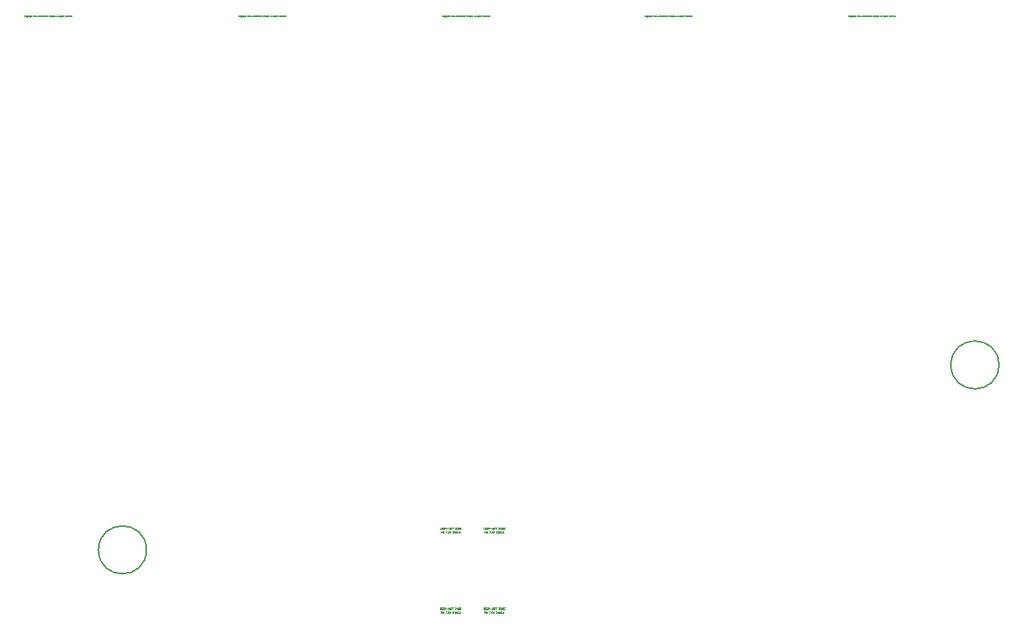
<source format=gbr>
%TF.GenerationSoftware,KiCad,Pcbnew,8.0.4*%
%TF.CreationDate,2024-08-24T15:41:42+02:00*%
%TF.ProjectId,hamodule,68616d6f-6475-46c6-952e-6b696361645f,20240821.23.8*%
%TF.SameCoordinates,Original*%
%TF.FileFunction,Other,Comment*%
%FSLAX46Y46*%
G04 Gerber Fmt 4.6, Leading zero omitted, Abs format (unit mm)*
G04 Created by KiCad (PCBNEW 8.0.4) date 2024-08-24 15:41:42*
%MOMM*%
%LPD*%
G01*
G04 APERTURE LIST*
%ADD10C,0.002000*%
%ADD11C,0.030000*%
%ADD12C,0.150000*%
G04 APERTURE END LIST*
D10*
X42045966Y72089447D02*
X42039918Y72083399D01*
X42039918Y72083399D02*
X42021776Y72077352D01*
X42021776Y72077352D02*
X42009680Y72077352D01*
X42009680Y72077352D02*
X41991537Y72083399D01*
X41991537Y72083399D02*
X41979442Y72095495D01*
X41979442Y72095495D02*
X41973395Y72107590D01*
X41973395Y72107590D02*
X41967347Y72131780D01*
X41967347Y72131780D02*
X41967347Y72149923D01*
X41967347Y72149923D02*
X41973395Y72174114D01*
X41973395Y72174114D02*
X41979442Y72186209D01*
X41979442Y72186209D02*
X41991537Y72198304D01*
X41991537Y72198304D02*
X42009680Y72204352D01*
X42009680Y72204352D02*
X42021776Y72204352D01*
X42021776Y72204352D02*
X42039918Y72198304D01*
X42039918Y72198304D02*
X42045966Y72192257D01*
X42118537Y72077352D02*
X42106442Y72083399D01*
X42106442Y72083399D02*
X42100395Y72089447D01*
X42100395Y72089447D02*
X42094347Y72101542D01*
X42094347Y72101542D02*
X42094347Y72137828D01*
X42094347Y72137828D02*
X42100395Y72149923D01*
X42100395Y72149923D02*
X42106442Y72155971D01*
X42106442Y72155971D02*
X42118537Y72162019D01*
X42118537Y72162019D02*
X42136680Y72162019D01*
X42136680Y72162019D02*
X42148776Y72155971D01*
X42148776Y72155971D02*
X42154823Y72149923D01*
X42154823Y72149923D02*
X42160871Y72137828D01*
X42160871Y72137828D02*
X42160871Y72101542D01*
X42160871Y72101542D02*
X42154823Y72089447D01*
X42154823Y72089447D02*
X42148776Y72083399D01*
X42148776Y72083399D02*
X42136680Y72077352D01*
X42136680Y72077352D02*
X42118537Y72077352D01*
X42215300Y72162019D02*
X42215300Y72035019D01*
X42215300Y72155971D02*
X42227395Y72162019D01*
X42227395Y72162019D02*
X42251585Y72162019D01*
X42251585Y72162019D02*
X42263681Y72155971D01*
X42263681Y72155971D02*
X42269728Y72149923D01*
X42269728Y72149923D02*
X42275776Y72137828D01*
X42275776Y72137828D02*
X42275776Y72101542D01*
X42275776Y72101542D02*
X42269728Y72089447D01*
X42269728Y72089447D02*
X42263681Y72083399D01*
X42263681Y72083399D02*
X42251585Y72077352D01*
X42251585Y72077352D02*
X42227395Y72077352D01*
X42227395Y72077352D02*
X42215300Y72083399D01*
X42318109Y72162019D02*
X42348347Y72077352D01*
X42378586Y72162019D02*
X42348347Y72077352D01*
X42348347Y72077352D02*
X42336252Y72047114D01*
X42336252Y72047114D02*
X42330205Y72041066D01*
X42330205Y72041066D02*
X42318109Y72035019D01*
X42426967Y72077352D02*
X42426967Y72162019D01*
X42426967Y72137828D02*
X42433014Y72149923D01*
X42433014Y72149923D02*
X42439062Y72155971D01*
X42439062Y72155971D02*
X42451157Y72162019D01*
X42451157Y72162019D02*
X42463252Y72162019D01*
X42505586Y72077352D02*
X42505586Y72162019D01*
X42505586Y72204352D02*
X42499538Y72198304D01*
X42499538Y72198304D02*
X42505586Y72192257D01*
X42505586Y72192257D02*
X42511633Y72198304D01*
X42511633Y72198304D02*
X42505586Y72204352D01*
X42505586Y72204352D02*
X42505586Y72192257D01*
X42620490Y72162019D02*
X42620490Y72059209D01*
X42620490Y72059209D02*
X42614443Y72047114D01*
X42614443Y72047114D02*
X42608395Y72041066D01*
X42608395Y72041066D02*
X42596300Y72035019D01*
X42596300Y72035019D02*
X42578157Y72035019D01*
X42578157Y72035019D02*
X42566062Y72041066D01*
X42620490Y72083399D02*
X42608395Y72077352D01*
X42608395Y72077352D02*
X42584204Y72077352D01*
X42584204Y72077352D02*
X42572109Y72083399D01*
X42572109Y72083399D02*
X42566062Y72089447D01*
X42566062Y72089447D02*
X42560014Y72101542D01*
X42560014Y72101542D02*
X42560014Y72137828D01*
X42560014Y72137828D02*
X42566062Y72149923D01*
X42566062Y72149923D02*
X42572109Y72155971D01*
X42572109Y72155971D02*
X42584204Y72162019D01*
X42584204Y72162019D02*
X42608395Y72162019D01*
X42608395Y72162019D02*
X42620490Y72155971D01*
X42680967Y72077352D02*
X42680967Y72204352D01*
X42735395Y72077352D02*
X42735395Y72143876D01*
X42735395Y72143876D02*
X42729348Y72155971D01*
X42729348Y72155971D02*
X42717252Y72162019D01*
X42717252Y72162019D02*
X42699109Y72162019D01*
X42699109Y72162019D02*
X42687014Y72155971D01*
X42687014Y72155971D02*
X42680967Y72149923D01*
X42777729Y72162019D02*
X42826110Y72162019D01*
X42795872Y72204352D02*
X42795872Y72095495D01*
X42795872Y72095495D02*
X42801919Y72083399D01*
X42801919Y72083399D02*
X42814014Y72077352D01*
X42814014Y72077352D02*
X42826110Y72077352D01*
X42959157Y72192257D02*
X42965205Y72198304D01*
X42965205Y72198304D02*
X42977300Y72204352D01*
X42977300Y72204352D02*
X43007538Y72204352D01*
X43007538Y72204352D02*
X43019633Y72198304D01*
X43019633Y72198304D02*
X43025681Y72192257D01*
X43025681Y72192257D02*
X43031728Y72180161D01*
X43031728Y72180161D02*
X43031728Y72168066D01*
X43031728Y72168066D02*
X43025681Y72149923D01*
X43025681Y72149923D02*
X42953109Y72077352D01*
X42953109Y72077352D02*
X43031728Y72077352D01*
X43110347Y72204352D02*
X43122442Y72204352D01*
X43122442Y72204352D02*
X43134538Y72198304D01*
X43134538Y72198304D02*
X43140585Y72192257D01*
X43140585Y72192257D02*
X43146633Y72180161D01*
X43146633Y72180161D02*
X43152680Y72155971D01*
X43152680Y72155971D02*
X43152680Y72125733D01*
X43152680Y72125733D02*
X43146633Y72101542D01*
X43146633Y72101542D02*
X43140585Y72089447D01*
X43140585Y72089447D02*
X43134538Y72083399D01*
X43134538Y72083399D02*
X43122442Y72077352D01*
X43122442Y72077352D02*
X43110347Y72077352D01*
X43110347Y72077352D02*
X43098252Y72083399D01*
X43098252Y72083399D02*
X43092204Y72089447D01*
X43092204Y72089447D02*
X43086157Y72101542D01*
X43086157Y72101542D02*
X43080109Y72125733D01*
X43080109Y72125733D02*
X43080109Y72155971D01*
X43080109Y72155971D02*
X43086157Y72180161D01*
X43086157Y72180161D02*
X43092204Y72192257D01*
X43092204Y72192257D02*
X43098252Y72198304D01*
X43098252Y72198304D02*
X43110347Y72204352D01*
X43201061Y72192257D02*
X43207109Y72198304D01*
X43207109Y72198304D02*
X43219204Y72204352D01*
X43219204Y72204352D02*
X43249442Y72204352D01*
X43249442Y72204352D02*
X43261537Y72198304D01*
X43261537Y72198304D02*
X43267585Y72192257D01*
X43267585Y72192257D02*
X43273632Y72180161D01*
X43273632Y72180161D02*
X43273632Y72168066D01*
X43273632Y72168066D02*
X43267585Y72149923D01*
X43267585Y72149923D02*
X43195013Y72077352D01*
X43195013Y72077352D02*
X43273632Y72077352D01*
X43394584Y72077352D02*
X43322013Y72077352D01*
X43358299Y72077352D02*
X43358299Y72204352D01*
X43358299Y72204352D02*
X43346203Y72186209D01*
X43346203Y72186209D02*
X43334108Y72174114D01*
X43334108Y72174114D02*
X43322013Y72168066D01*
X43539727Y72113638D02*
X43600203Y72113638D01*
X43527632Y72077352D02*
X43569965Y72204352D01*
X43569965Y72204352D02*
X43612298Y72077352D01*
X43709060Y72083399D02*
X43696965Y72077352D01*
X43696965Y72077352D02*
X43672774Y72077352D01*
X43672774Y72077352D02*
X43660679Y72083399D01*
X43660679Y72083399D02*
X43654632Y72089447D01*
X43654632Y72089447D02*
X43648584Y72101542D01*
X43648584Y72101542D02*
X43648584Y72137828D01*
X43648584Y72137828D02*
X43654632Y72149923D01*
X43654632Y72149923D02*
X43660679Y72155971D01*
X43660679Y72155971D02*
X43672774Y72162019D01*
X43672774Y72162019D02*
X43696965Y72162019D01*
X43696965Y72162019D02*
X43709060Y72155971D01*
X43817917Y72083399D02*
X43805822Y72077352D01*
X43805822Y72077352D02*
X43781631Y72077352D01*
X43781631Y72077352D02*
X43769536Y72083399D01*
X43769536Y72083399D02*
X43763489Y72089447D01*
X43763489Y72089447D02*
X43757441Y72101542D01*
X43757441Y72101542D02*
X43757441Y72137828D01*
X43757441Y72137828D02*
X43763489Y72149923D01*
X43763489Y72149923D02*
X43769536Y72155971D01*
X43769536Y72155971D02*
X43781631Y72162019D01*
X43781631Y72162019D02*
X43805822Y72162019D01*
X43805822Y72162019D02*
X43817917Y72155971D01*
X43920727Y72083399D02*
X43908631Y72077352D01*
X43908631Y72077352D02*
X43884441Y72077352D01*
X43884441Y72077352D02*
X43872346Y72083399D01*
X43872346Y72083399D02*
X43866298Y72095495D01*
X43866298Y72095495D02*
X43866298Y72143876D01*
X43866298Y72143876D02*
X43872346Y72155971D01*
X43872346Y72155971D02*
X43884441Y72162019D01*
X43884441Y72162019D02*
X43908631Y72162019D01*
X43908631Y72162019D02*
X43920727Y72155971D01*
X43920727Y72155971D02*
X43926774Y72143876D01*
X43926774Y72143876D02*
X43926774Y72131780D01*
X43926774Y72131780D02*
X43866298Y72119685D01*
X43999345Y72077352D02*
X43987250Y72083399D01*
X43987250Y72083399D02*
X43981203Y72095495D01*
X43981203Y72095495D02*
X43981203Y72204352D01*
X44096108Y72083399D02*
X44084012Y72077352D01*
X44084012Y72077352D02*
X44059822Y72077352D01*
X44059822Y72077352D02*
X44047727Y72083399D01*
X44047727Y72083399D02*
X44041679Y72095495D01*
X44041679Y72095495D02*
X44041679Y72143876D01*
X44041679Y72143876D02*
X44047727Y72155971D01*
X44047727Y72155971D02*
X44059822Y72162019D01*
X44059822Y72162019D02*
X44084012Y72162019D01*
X44084012Y72162019D02*
X44096108Y72155971D01*
X44096108Y72155971D02*
X44102155Y72143876D01*
X44102155Y72143876D02*
X44102155Y72131780D01*
X44102155Y72131780D02*
X44041679Y72119685D01*
X44156584Y72077352D02*
X44156584Y72162019D01*
X44156584Y72137828D02*
X44162631Y72149923D01*
X44162631Y72149923D02*
X44168679Y72155971D01*
X44168679Y72155971D02*
X44180774Y72162019D01*
X44180774Y72162019D02*
X44192869Y72162019D01*
X44289631Y72077352D02*
X44289631Y72143876D01*
X44289631Y72143876D02*
X44283584Y72155971D01*
X44283584Y72155971D02*
X44271488Y72162019D01*
X44271488Y72162019D02*
X44247298Y72162019D01*
X44247298Y72162019D02*
X44235203Y72155971D01*
X44289631Y72083399D02*
X44277536Y72077352D01*
X44277536Y72077352D02*
X44247298Y72077352D01*
X44247298Y72077352D02*
X44235203Y72083399D01*
X44235203Y72083399D02*
X44229155Y72095495D01*
X44229155Y72095495D02*
X44229155Y72107590D01*
X44229155Y72107590D02*
X44235203Y72119685D01*
X44235203Y72119685D02*
X44247298Y72125733D01*
X44247298Y72125733D02*
X44277536Y72125733D01*
X44277536Y72125733D02*
X44289631Y72131780D01*
X44331965Y72162019D02*
X44380346Y72162019D01*
X44350108Y72204352D02*
X44350108Y72095495D01*
X44350108Y72095495D02*
X44356155Y72083399D01*
X44356155Y72083399D02*
X44368250Y72077352D01*
X44368250Y72077352D02*
X44380346Y72077352D01*
X44471060Y72083399D02*
X44458964Y72077352D01*
X44458964Y72077352D02*
X44434774Y72077352D01*
X44434774Y72077352D02*
X44422679Y72083399D01*
X44422679Y72083399D02*
X44416631Y72095495D01*
X44416631Y72095495D02*
X44416631Y72143876D01*
X44416631Y72143876D02*
X44422679Y72155971D01*
X44422679Y72155971D02*
X44434774Y72162019D01*
X44434774Y72162019D02*
X44458964Y72162019D01*
X44458964Y72162019D02*
X44471060Y72155971D01*
X44471060Y72155971D02*
X44477107Y72143876D01*
X44477107Y72143876D02*
X44477107Y72131780D01*
X44477107Y72131780D02*
X44416631Y72119685D01*
X44585964Y72077352D02*
X44585964Y72204352D01*
X44585964Y72083399D02*
X44573869Y72077352D01*
X44573869Y72077352D02*
X44549678Y72077352D01*
X44549678Y72077352D02*
X44537583Y72083399D01*
X44537583Y72083399D02*
X44531536Y72089447D01*
X44531536Y72089447D02*
X44525488Y72101542D01*
X44525488Y72101542D02*
X44525488Y72137828D01*
X44525488Y72137828D02*
X44531536Y72149923D01*
X44531536Y72149923D02*
X44537583Y72155971D01*
X44537583Y72155971D02*
X44549678Y72162019D01*
X44549678Y72162019D02*
X44573869Y72162019D01*
X44573869Y72162019D02*
X44585964Y72155971D01*
X44743203Y72077352D02*
X44743203Y72204352D01*
X44743203Y72204352D02*
X44773441Y72204352D01*
X44773441Y72204352D02*
X44791584Y72198304D01*
X44791584Y72198304D02*
X44803679Y72186209D01*
X44803679Y72186209D02*
X44809726Y72174114D01*
X44809726Y72174114D02*
X44815774Y72149923D01*
X44815774Y72149923D02*
X44815774Y72131780D01*
X44815774Y72131780D02*
X44809726Y72107590D01*
X44809726Y72107590D02*
X44803679Y72095495D01*
X44803679Y72095495D02*
X44791584Y72083399D01*
X44791584Y72083399D02*
X44773441Y72077352D01*
X44773441Y72077352D02*
X44743203Y72077352D01*
X44918584Y72083399D02*
X44906488Y72077352D01*
X44906488Y72077352D02*
X44882298Y72077352D01*
X44882298Y72077352D02*
X44870203Y72083399D01*
X44870203Y72083399D02*
X44864155Y72095495D01*
X44864155Y72095495D02*
X44864155Y72143876D01*
X44864155Y72143876D02*
X44870203Y72155971D01*
X44870203Y72155971D02*
X44882298Y72162019D01*
X44882298Y72162019D02*
X44906488Y72162019D01*
X44906488Y72162019D02*
X44918584Y72155971D01*
X44918584Y72155971D02*
X44924631Y72143876D01*
X44924631Y72143876D02*
X44924631Y72131780D01*
X44924631Y72131780D02*
X44864155Y72119685D01*
X44973012Y72083399D02*
X44985107Y72077352D01*
X44985107Y72077352D02*
X45009298Y72077352D01*
X45009298Y72077352D02*
X45021393Y72083399D01*
X45021393Y72083399D02*
X45027441Y72095495D01*
X45027441Y72095495D02*
X45027441Y72101542D01*
X45027441Y72101542D02*
X45021393Y72113638D01*
X45021393Y72113638D02*
X45009298Y72119685D01*
X45009298Y72119685D02*
X44991155Y72119685D01*
X44991155Y72119685D02*
X44979060Y72125733D01*
X44979060Y72125733D02*
X44973012Y72137828D01*
X44973012Y72137828D02*
X44973012Y72143876D01*
X44973012Y72143876D02*
X44979060Y72155971D01*
X44979060Y72155971D02*
X44991155Y72162019D01*
X44991155Y72162019D02*
X45009298Y72162019D01*
X45009298Y72162019D02*
X45021393Y72155971D01*
X45081870Y72077352D02*
X45081870Y72162019D01*
X45081870Y72204352D02*
X45075822Y72198304D01*
X45075822Y72198304D02*
X45081870Y72192257D01*
X45081870Y72192257D02*
X45087917Y72198304D01*
X45087917Y72198304D02*
X45081870Y72204352D01*
X45081870Y72204352D02*
X45081870Y72192257D01*
X45196774Y72162019D02*
X45196774Y72059209D01*
X45196774Y72059209D02*
X45190727Y72047114D01*
X45190727Y72047114D02*
X45184679Y72041066D01*
X45184679Y72041066D02*
X45172584Y72035019D01*
X45172584Y72035019D02*
X45154441Y72035019D01*
X45154441Y72035019D02*
X45142346Y72041066D01*
X45196774Y72083399D02*
X45184679Y72077352D01*
X45184679Y72077352D02*
X45160488Y72077352D01*
X45160488Y72077352D02*
X45148393Y72083399D01*
X45148393Y72083399D02*
X45142346Y72089447D01*
X45142346Y72089447D02*
X45136298Y72101542D01*
X45136298Y72101542D02*
X45136298Y72137828D01*
X45136298Y72137828D02*
X45142346Y72149923D01*
X45142346Y72149923D02*
X45148393Y72155971D01*
X45148393Y72155971D02*
X45160488Y72162019D01*
X45160488Y72162019D02*
X45184679Y72162019D01*
X45184679Y72162019D02*
X45196774Y72155971D01*
X45257251Y72162019D02*
X45257251Y72077352D01*
X45257251Y72149923D02*
X45263298Y72155971D01*
X45263298Y72155971D02*
X45275393Y72162019D01*
X45275393Y72162019D02*
X45293536Y72162019D01*
X45293536Y72162019D02*
X45305632Y72155971D01*
X45305632Y72155971D02*
X45311679Y72143876D01*
X45311679Y72143876D02*
X45311679Y72077352D01*
X45366108Y72083399D02*
X45378203Y72077352D01*
X45378203Y72077352D02*
X45402394Y72077352D01*
X45402394Y72077352D02*
X45414489Y72083399D01*
X45414489Y72083399D02*
X45420537Y72095495D01*
X45420537Y72095495D02*
X45420537Y72101542D01*
X45420537Y72101542D02*
X45414489Y72113638D01*
X45414489Y72113638D02*
X45402394Y72119685D01*
X45402394Y72119685D02*
X45384251Y72119685D01*
X45384251Y72119685D02*
X45372156Y72125733D01*
X45372156Y72125733D02*
X45366108Y72137828D01*
X45366108Y72137828D02*
X45366108Y72143876D01*
X45366108Y72143876D02*
X45372156Y72155971D01*
X45372156Y72155971D02*
X45384251Y72162019D01*
X45384251Y72162019D02*
X45402394Y72162019D01*
X45402394Y72162019D02*
X45414489Y72155971D01*
X45474966Y72089447D02*
X45481013Y72083399D01*
X45481013Y72083399D02*
X45474966Y72077352D01*
X45474966Y72077352D02*
X45468918Y72083399D01*
X45468918Y72083399D02*
X45474966Y72089447D01*
X45474966Y72089447D02*
X45474966Y72077352D01*
X45626156Y72113638D02*
X45686632Y72113638D01*
X45614061Y72077352D02*
X45656394Y72204352D01*
X45656394Y72204352D02*
X45698727Y72077352D01*
X45759203Y72077352D02*
X45747108Y72083399D01*
X45747108Y72083399D02*
X45741061Y72095495D01*
X45741061Y72095495D02*
X45741061Y72204352D01*
X45825727Y72077352D02*
X45813632Y72083399D01*
X45813632Y72083399D02*
X45807585Y72095495D01*
X45807585Y72095495D02*
X45807585Y72204352D01*
X45970871Y72077352D02*
X45970871Y72162019D01*
X45970871Y72137828D02*
X45976918Y72149923D01*
X45976918Y72149923D02*
X45982966Y72155971D01*
X45982966Y72155971D02*
X45995061Y72162019D01*
X45995061Y72162019D02*
X46007156Y72162019D01*
X46049490Y72077352D02*
X46049490Y72162019D01*
X46049490Y72204352D02*
X46043442Y72198304D01*
X46043442Y72198304D02*
X46049490Y72192257D01*
X46049490Y72192257D02*
X46055537Y72198304D01*
X46055537Y72198304D02*
X46049490Y72204352D01*
X46049490Y72204352D02*
X46049490Y72192257D01*
X46164394Y72162019D02*
X46164394Y72059209D01*
X46164394Y72059209D02*
X46158347Y72047114D01*
X46158347Y72047114D02*
X46152299Y72041066D01*
X46152299Y72041066D02*
X46140204Y72035019D01*
X46140204Y72035019D02*
X46122061Y72035019D01*
X46122061Y72035019D02*
X46109966Y72041066D01*
X46164394Y72083399D02*
X46152299Y72077352D01*
X46152299Y72077352D02*
X46128108Y72077352D01*
X46128108Y72077352D02*
X46116013Y72083399D01*
X46116013Y72083399D02*
X46109966Y72089447D01*
X46109966Y72089447D02*
X46103918Y72101542D01*
X46103918Y72101542D02*
X46103918Y72137828D01*
X46103918Y72137828D02*
X46109966Y72149923D01*
X46109966Y72149923D02*
X46116013Y72155971D01*
X46116013Y72155971D02*
X46128108Y72162019D01*
X46128108Y72162019D02*
X46152299Y72162019D01*
X46152299Y72162019D02*
X46164394Y72155971D01*
X46224871Y72077352D02*
X46224871Y72204352D01*
X46279299Y72077352D02*
X46279299Y72143876D01*
X46279299Y72143876D02*
X46273252Y72155971D01*
X46273252Y72155971D02*
X46261156Y72162019D01*
X46261156Y72162019D02*
X46243013Y72162019D01*
X46243013Y72162019D02*
X46230918Y72155971D01*
X46230918Y72155971D02*
X46224871Y72149923D01*
X46321633Y72162019D02*
X46370014Y72162019D01*
X46339776Y72204352D02*
X46339776Y72095495D01*
X46339776Y72095495D02*
X46345823Y72083399D01*
X46345823Y72083399D02*
X46357918Y72077352D01*
X46357918Y72077352D02*
X46370014Y72077352D01*
X46406299Y72083399D02*
X46418394Y72077352D01*
X46418394Y72077352D02*
X46442585Y72077352D01*
X46442585Y72077352D02*
X46454680Y72083399D01*
X46454680Y72083399D02*
X46460728Y72095495D01*
X46460728Y72095495D02*
X46460728Y72101542D01*
X46460728Y72101542D02*
X46454680Y72113638D01*
X46454680Y72113638D02*
X46442585Y72119685D01*
X46442585Y72119685D02*
X46424442Y72119685D01*
X46424442Y72119685D02*
X46412347Y72125733D01*
X46412347Y72125733D02*
X46406299Y72137828D01*
X46406299Y72137828D02*
X46406299Y72143876D01*
X46406299Y72143876D02*
X46412347Y72155971D01*
X46412347Y72155971D02*
X46424442Y72162019D01*
X46424442Y72162019D02*
X46442585Y72162019D01*
X46442585Y72162019D02*
X46454680Y72155971D01*
X46611919Y72077352D02*
X46611919Y72162019D01*
X46611919Y72137828D02*
X46617966Y72149923D01*
X46617966Y72149923D02*
X46624014Y72155971D01*
X46624014Y72155971D02*
X46636109Y72162019D01*
X46636109Y72162019D02*
X46648204Y72162019D01*
X46738919Y72083399D02*
X46726823Y72077352D01*
X46726823Y72077352D02*
X46702633Y72077352D01*
X46702633Y72077352D02*
X46690538Y72083399D01*
X46690538Y72083399D02*
X46684490Y72095495D01*
X46684490Y72095495D02*
X46684490Y72143876D01*
X46684490Y72143876D02*
X46690538Y72155971D01*
X46690538Y72155971D02*
X46702633Y72162019D01*
X46702633Y72162019D02*
X46726823Y72162019D01*
X46726823Y72162019D02*
X46738919Y72155971D01*
X46738919Y72155971D02*
X46744966Y72143876D01*
X46744966Y72143876D02*
X46744966Y72131780D01*
X46744966Y72131780D02*
X46684490Y72119685D01*
X46793347Y72083399D02*
X46805442Y72077352D01*
X46805442Y72077352D02*
X46829633Y72077352D01*
X46829633Y72077352D02*
X46841728Y72083399D01*
X46841728Y72083399D02*
X46847776Y72095495D01*
X46847776Y72095495D02*
X46847776Y72101542D01*
X46847776Y72101542D02*
X46841728Y72113638D01*
X46841728Y72113638D02*
X46829633Y72119685D01*
X46829633Y72119685D02*
X46811490Y72119685D01*
X46811490Y72119685D02*
X46799395Y72125733D01*
X46799395Y72125733D02*
X46793347Y72137828D01*
X46793347Y72137828D02*
X46793347Y72143876D01*
X46793347Y72143876D02*
X46799395Y72155971D01*
X46799395Y72155971D02*
X46811490Y72162019D01*
X46811490Y72162019D02*
X46829633Y72162019D01*
X46829633Y72162019D02*
X46841728Y72155971D01*
X46950586Y72083399D02*
X46938490Y72077352D01*
X46938490Y72077352D02*
X46914300Y72077352D01*
X46914300Y72077352D02*
X46902205Y72083399D01*
X46902205Y72083399D02*
X46896157Y72095495D01*
X46896157Y72095495D02*
X46896157Y72143876D01*
X46896157Y72143876D02*
X46902205Y72155971D01*
X46902205Y72155971D02*
X46914300Y72162019D01*
X46914300Y72162019D02*
X46938490Y72162019D01*
X46938490Y72162019D02*
X46950586Y72155971D01*
X46950586Y72155971D02*
X46956633Y72143876D01*
X46956633Y72143876D02*
X46956633Y72131780D01*
X46956633Y72131780D02*
X46896157Y72119685D01*
X47011062Y72077352D02*
X47011062Y72162019D01*
X47011062Y72137828D02*
X47017109Y72149923D01*
X47017109Y72149923D02*
X47023157Y72155971D01*
X47023157Y72155971D02*
X47035252Y72162019D01*
X47035252Y72162019D02*
X47047347Y72162019D01*
X47077585Y72162019D02*
X47107823Y72077352D01*
X47107823Y72077352D02*
X47138062Y72162019D01*
X47234824Y72083399D02*
X47222728Y72077352D01*
X47222728Y72077352D02*
X47198538Y72077352D01*
X47198538Y72077352D02*
X47186443Y72083399D01*
X47186443Y72083399D02*
X47180395Y72095495D01*
X47180395Y72095495D02*
X47180395Y72143876D01*
X47180395Y72143876D02*
X47186443Y72155971D01*
X47186443Y72155971D02*
X47198538Y72162019D01*
X47198538Y72162019D02*
X47222728Y72162019D01*
X47222728Y72162019D02*
X47234824Y72155971D01*
X47234824Y72155971D02*
X47240871Y72143876D01*
X47240871Y72143876D02*
X47240871Y72131780D01*
X47240871Y72131780D02*
X47180395Y72119685D01*
X47349728Y72077352D02*
X47349728Y72204352D01*
X47349728Y72083399D02*
X47337633Y72077352D01*
X47337633Y72077352D02*
X47313442Y72077352D01*
X47313442Y72077352D02*
X47301347Y72083399D01*
X47301347Y72083399D02*
X47295300Y72089447D01*
X47295300Y72089447D02*
X47289252Y72101542D01*
X47289252Y72101542D02*
X47289252Y72137828D01*
X47289252Y72137828D02*
X47295300Y72149923D01*
X47295300Y72149923D02*
X47301347Y72155971D01*
X47301347Y72155971D02*
X47313442Y72162019D01*
X47313442Y72162019D02*
X47337633Y72162019D01*
X47337633Y72162019D02*
X47349728Y72155971D01*
X47410205Y72089447D02*
X47416252Y72083399D01*
X47416252Y72083399D02*
X47410205Y72077352D01*
X47410205Y72077352D02*
X47404157Y72083399D01*
X47404157Y72083399D02*
X47410205Y72089447D01*
X47410205Y72089447D02*
X47410205Y72077352D01*
X17498166Y72065848D02*
X17492118Y72059800D01*
X17492118Y72059800D02*
X17473976Y72053753D01*
X17473976Y72053753D02*
X17461880Y72053753D01*
X17461880Y72053753D02*
X17443737Y72059800D01*
X17443737Y72059800D02*
X17431642Y72071896D01*
X17431642Y72071896D02*
X17425595Y72083991D01*
X17425595Y72083991D02*
X17419547Y72108181D01*
X17419547Y72108181D02*
X17419547Y72126324D01*
X17419547Y72126324D02*
X17425595Y72150515D01*
X17425595Y72150515D02*
X17431642Y72162610D01*
X17431642Y72162610D02*
X17443737Y72174705D01*
X17443737Y72174705D02*
X17461880Y72180753D01*
X17461880Y72180753D02*
X17473976Y72180753D01*
X17473976Y72180753D02*
X17492118Y72174705D01*
X17492118Y72174705D02*
X17498166Y72168658D01*
X17570737Y72053753D02*
X17558642Y72059800D01*
X17558642Y72059800D02*
X17552595Y72065848D01*
X17552595Y72065848D02*
X17546547Y72077943D01*
X17546547Y72077943D02*
X17546547Y72114229D01*
X17546547Y72114229D02*
X17552595Y72126324D01*
X17552595Y72126324D02*
X17558642Y72132372D01*
X17558642Y72132372D02*
X17570737Y72138420D01*
X17570737Y72138420D02*
X17588880Y72138420D01*
X17588880Y72138420D02*
X17600976Y72132372D01*
X17600976Y72132372D02*
X17607023Y72126324D01*
X17607023Y72126324D02*
X17613071Y72114229D01*
X17613071Y72114229D02*
X17613071Y72077943D01*
X17613071Y72077943D02*
X17607023Y72065848D01*
X17607023Y72065848D02*
X17600976Y72059800D01*
X17600976Y72059800D02*
X17588880Y72053753D01*
X17588880Y72053753D02*
X17570737Y72053753D01*
X17667500Y72138420D02*
X17667500Y72011420D01*
X17667500Y72132372D02*
X17679595Y72138420D01*
X17679595Y72138420D02*
X17703785Y72138420D01*
X17703785Y72138420D02*
X17715881Y72132372D01*
X17715881Y72132372D02*
X17721928Y72126324D01*
X17721928Y72126324D02*
X17727976Y72114229D01*
X17727976Y72114229D02*
X17727976Y72077943D01*
X17727976Y72077943D02*
X17721928Y72065848D01*
X17721928Y72065848D02*
X17715881Y72059800D01*
X17715881Y72059800D02*
X17703785Y72053753D01*
X17703785Y72053753D02*
X17679595Y72053753D01*
X17679595Y72053753D02*
X17667500Y72059800D01*
X17770309Y72138420D02*
X17800547Y72053753D01*
X17830786Y72138420D02*
X17800547Y72053753D01*
X17800547Y72053753D02*
X17788452Y72023515D01*
X17788452Y72023515D02*
X17782405Y72017467D01*
X17782405Y72017467D02*
X17770309Y72011420D01*
X17879167Y72053753D02*
X17879167Y72138420D01*
X17879167Y72114229D02*
X17885214Y72126324D01*
X17885214Y72126324D02*
X17891262Y72132372D01*
X17891262Y72132372D02*
X17903357Y72138420D01*
X17903357Y72138420D02*
X17915452Y72138420D01*
X17957786Y72053753D02*
X17957786Y72138420D01*
X17957786Y72180753D02*
X17951738Y72174705D01*
X17951738Y72174705D02*
X17957786Y72168658D01*
X17957786Y72168658D02*
X17963833Y72174705D01*
X17963833Y72174705D02*
X17957786Y72180753D01*
X17957786Y72180753D02*
X17957786Y72168658D01*
X18072690Y72138420D02*
X18072690Y72035610D01*
X18072690Y72035610D02*
X18066643Y72023515D01*
X18066643Y72023515D02*
X18060595Y72017467D01*
X18060595Y72017467D02*
X18048500Y72011420D01*
X18048500Y72011420D02*
X18030357Y72011420D01*
X18030357Y72011420D02*
X18018262Y72017467D01*
X18072690Y72059800D02*
X18060595Y72053753D01*
X18060595Y72053753D02*
X18036404Y72053753D01*
X18036404Y72053753D02*
X18024309Y72059800D01*
X18024309Y72059800D02*
X18018262Y72065848D01*
X18018262Y72065848D02*
X18012214Y72077943D01*
X18012214Y72077943D02*
X18012214Y72114229D01*
X18012214Y72114229D02*
X18018262Y72126324D01*
X18018262Y72126324D02*
X18024309Y72132372D01*
X18024309Y72132372D02*
X18036404Y72138420D01*
X18036404Y72138420D02*
X18060595Y72138420D01*
X18060595Y72138420D02*
X18072690Y72132372D01*
X18133167Y72053753D02*
X18133167Y72180753D01*
X18187595Y72053753D02*
X18187595Y72120277D01*
X18187595Y72120277D02*
X18181548Y72132372D01*
X18181548Y72132372D02*
X18169452Y72138420D01*
X18169452Y72138420D02*
X18151309Y72138420D01*
X18151309Y72138420D02*
X18139214Y72132372D01*
X18139214Y72132372D02*
X18133167Y72126324D01*
X18229929Y72138420D02*
X18278310Y72138420D01*
X18248072Y72180753D02*
X18248072Y72071896D01*
X18248072Y72071896D02*
X18254119Y72059800D01*
X18254119Y72059800D02*
X18266214Y72053753D01*
X18266214Y72053753D02*
X18278310Y72053753D01*
X18411357Y72168658D02*
X18417405Y72174705D01*
X18417405Y72174705D02*
X18429500Y72180753D01*
X18429500Y72180753D02*
X18459738Y72180753D01*
X18459738Y72180753D02*
X18471833Y72174705D01*
X18471833Y72174705D02*
X18477881Y72168658D01*
X18477881Y72168658D02*
X18483928Y72156562D01*
X18483928Y72156562D02*
X18483928Y72144467D01*
X18483928Y72144467D02*
X18477881Y72126324D01*
X18477881Y72126324D02*
X18405309Y72053753D01*
X18405309Y72053753D02*
X18483928Y72053753D01*
X18562547Y72180753D02*
X18574642Y72180753D01*
X18574642Y72180753D02*
X18586738Y72174705D01*
X18586738Y72174705D02*
X18592785Y72168658D01*
X18592785Y72168658D02*
X18598833Y72156562D01*
X18598833Y72156562D02*
X18604880Y72132372D01*
X18604880Y72132372D02*
X18604880Y72102134D01*
X18604880Y72102134D02*
X18598833Y72077943D01*
X18598833Y72077943D02*
X18592785Y72065848D01*
X18592785Y72065848D02*
X18586738Y72059800D01*
X18586738Y72059800D02*
X18574642Y72053753D01*
X18574642Y72053753D02*
X18562547Y72053753D01*
X18562547Y72053753D02*
X18550452Y72059800D01*
X18550452Y72059800D02*
X18544404Y72065848D01*
X18544404Y72065848D02*
X18538357Y72077943D01*
X18538357Y72077943D02*
X18532309Y72102134D01*
X18532309Y72102134D02*
X18532309Y72132372D01*
X18532309Y72132372D02*
X18538357Y72156562D01*
X18538357Y72156562D02*
X18544404Y72168658D01*
X18544404Y72168658D02*
X18550452Y72174705D01*
X18550452Y72174705D02*
X18562547Y72180753D01*
X18653261Y72168658D02*
X18659309Y72174705D01*
X18659309Y72174705D02*
X18671404Y72180753D01*
X18671404Y72180753D02*
X18701642Y72180753D01*
X18701642Y72180753D02*
X18713737Y72174705D01*
X18713737Y72174705D02*
X18719785Y72168658D01*
X18719785Y72168658D02*
X18725832Y72156562D01*
X18725832Y72156562D02*
X18725832Y72144467D01*
X18725832Y72144467D02*
X18719785Y72126324D01*
X18719785Y72126324D02*
X18647213Y72053753D01*
X18647213Y72053753D02*
X18725832Y72053753D01*
X18846784Y72053753D02*
X18774213Y72053753D01*
X18810499Y72053753D02*
X18810499Y72180753D01*
X18810499Y72180753D02*
X18798403Y72162610D01*
X18798403Y72162610D02*
X18786308Y72150515D01*
X18786308Y72150515D02*
X18774213Y72144467D01*
X18991927Y72090039D02*
X19052403Y72090039D01*
X18979832Y72053753D02*
X19022165Y72180753D01*
X19022165Y72180753D02*
X19064498Y72053753D01*
X19161260Y72059800D02*
X19149165Y72053753D01*
X19149165Y72053753D02*
X19124974Y72053753D01*
X19124974Y72053753D02*
X19112879Y72059800D01*
X19112879Y72059800D02*
X19106832Y72065848D01*
X19106832Y72065848D02*
X19100784Y72077943D01*
X19100784Y72077943D02*
X19100784Y72114229D01*
X19100784Y72114229D02*
X19106832Y72126324D01*
X19106832Y72126324D02*
X19112879Y72132372D01*
X19112879Y72132372D02*
X19124974Y72138420D01*
X19124974Y72138420D02*
X19149165Y72138420D01*
X19149165Y72138420D02*
X19161260Y72132372D01*
X19270117Y72059800D02*
X19258022Y72053753D01*
X19258022Y72053753D02*
X19233831Y72053753D01*
X19233831Y72053753D02*
X19221736Y72059800D01*
X19221736Y72059800D02*
X19215689Y72065848D01*
X19215689Y72065848D02*
X19209641Y72077943D01*
X19209641Y72077943D02*
X19209641Y72114229D01*
X19209641Y72114229D02*
X19215689Y72126324D01*
X19215689Y72126324D02*
X19221736Y72132372D01*
X19221736Y72132372D02*
X19233831Y72138420D01*
X19233831Y72138420D02*
X19258022Y72138420D01*
X19258022Y72138420D02*
X19270117Y72132372D01*
X19372927Y72059800D02*
X19360831Y72053753D01*
X19360831Y72053753D02*
X19336641Y72053753D01*
X19336641Y72053753D02*
X19324546Y72059800D01*
X19324546Y72059800D02*
X19318498Y72071896D01*
X19318498Y72071896D02*
X19318498Y72120277D01*
X19318498Y72120277D02*
X19324546Y72132372D01*
X19324546Y72132372D02*
X19336641Y72138420D01*
X19336641Y72138420D02*
X19360831Y72138420D01*
X19360831Y72138420D02*
X19372927Y72132372D01*
X19372927Y72132372D02*
X19378974Y72120277D01*
X19378974Y72120277D02*
X19378974Y72108181D01*
X19378974Y72108181D02*
X19318498Y72096086D01*
X19451545Y72053753D02*
X19439450Y72059800D01*
X19439450Y72059800D02*
X19433403Y72071896D01*
X19433403Y72071896D02*
X19433403Y72180753D01*
X19548308Y72059800D02*
X19536212Y72053753D01*
X19536212Y72053753D02*
X19512022Y72053753D01*
X19512022Y72053753D02*
X19499927Y72059800D01*
X19499927Y72059800D02*
X19493879Y72071896D01*
X19493879Y72071896D02*
X19493879Y72120277D01*
X19493879Y72120277D02*
X19499927Y72132372D01*
X19499927Y72132372D02*
X19512022Y72138420D01*
X19512022Y72138420D02*
X19536212Y72138420D01*
X19536212Y72138420D02*
X19548308Y72132372D01*
X19548308Y72132372D02*
X19554355Y72120277D01*
X19554355Y72120277D02*
X19554355Y72108181D01*
X19554355Y72108181D02*
X19493879Y72096086D01*
X19608784Y72053753D02*
X19608784Y72138420D01*
X19608784Y72114229D02*
X19614831Y72126324D01*
X19614831Y72126324D02*
X19620879Y72132372D01*
X19620879Y72132372D02*
X19632974Y72138420D01*
X19632974Y72138420D02*
X19645069Y72138420D01*
X19741831Y72053753D02*
X19741831Y72120277D01*
X19741831Y72120277D02*
X19735784Y72132372D01*
X19735784Y72132372D02*
X19723688Y72138420D01*
X19723688Y72138420D02*
X19699498Y72138420D01*
X19699498Y72138420D02*
X19687403Y72132372D01*
X19741831Y72059800D02*
X19729736Y72053753D01*
X19729736Y72053753D02*
X19699498Y72053753D01*
X19699498Y72053753D02*
X19687403Y72059800D01*
X19687403Y72059800D02*
X19681355Y72071896D01*
X19681355Y72071896D02*
X19681355Y72083991D01*
X19681355Y72083991D02*
X19687403Y72096086D01*
X19687403Y72096086D02*
X19699498Y72102134D01*
X19699498Y72102134D02*
X19729736Y72102134D01*
X19729736Y72102134D02*
X19741831Y72108181D01*
X19784165Y72138420D02*
X19832546Y72138420D01*
X19802308Y72180753D02*
X19802308Y72071896D01*
X19802308Y72071896D02*
X19808355Y72059800D01*
X19808355Y72059800D02*
X19820450Y72053753D01*
X19820450Y72053753D02*
X19832546Y72053753D01*
X19923260Y72059800D02*
X19911164Y72053753D01*
X19911164Y72053753D02*
X19886974Y72053753D01*
X19886974Y72053753D02*
X19874879Y72059800D01*
X19874879Y72059800D02*
X19868831Y72071896D01*
X19868831Y72071896D02*
X19868831Y72120277D01*
X19868831Y72120277D02*
X19874879Y72132372D01*
X19874879Y72132372D02*
X19886974Y72138420D01*
X19886974Y72138420D02*
X19911164Y72138420D01*
X19911164Y72138420D02*
X19923260Y72132372D01*
X19923260Y72132372D02*
X19929307Y72120277D01*
X19929307Y72120277D02*
X19929307Y72108181D01*
X19929307Y72108181D02*
X19868831Y72096086D01*
X20038164Y72053753D02*
X20038164Y72180753D01*
X20038164Y72059800D02*
X20026069Y72053753D01*
X20026069Y72053753D02*
X20001878Y72053753D01*
X20001878Y72053753D02*
X19989783Y72059800D01*
X19989783Y72059800D02*
X19983736Y72065848D01*
X19983736Y72065848D02*
X19977688Y72077943D01*
X19977688Y72077943D02*
X19977688Y72114229D01*
X19977688Y72114229D02*
X19983736Y72126324D01*
X19983736Y72126324D02*
X19989783Y72132372D01*
X19989783Y72132372D02*
X20001878Y72138420D01*
X20001878Y72138420D02*
X20026069Y72138420D01*
X20026069Y72138420D02*
X20038164Y72132372D01*
X20195403Y72053753D02*
X20195403Y72180753D01*
X20195403Y72180753D02*
X20225641Y72180753D01*
X20225641Y72180753D02*
X20243784Y72174705D01*
X20243784Y72174705D02*
X20255879Y72162610D01*
X20255879Y72162610D02*
X20261926Y72150515D01*
X20261926Y72150515D02*
X20267974Y72126324D01*
X20267974Y72126324D02*
X20267974Y72108181D01*
X20267974Y72108181D02*
X20261926Y72083991D01*
X20261926Y72083991D02*
X20255879Y72071896D01*
X20255879Y72071896D02*
X20243784Y72059800D01*
X20243784Y72059800D02*
X20225641Y72053753D01*
X20225641Y72053753D02*
X20195403Y72053753D01*
X20370784Y72059800D02*
X20358688Y72053753D01*
X20358688Y72053753D02*
X20334498Y72053753D01*
X20334498Y72053753D02*
X20322403Y72059800D01*
X20322403Y72059800D02*
X20316355Y72071896D01*
X20316355Y72071896D02*
X20316355Y72120277D01*
X20316355Y72120277D02*
X20322403Y72132372D01*
X20322403Y72132372D02*
X20334498Y72138420D01*
X20334498Y72138420D02*
X20358688Y72138420D01*
X20358688Y72138420D02*
X20370784Y72132372D01*
X20370784Y72132372D02*
X20376831Y72120277D01*
X20376831Y72120277D02*
X20376831Y72108181D01*
X20376831Y72108181D02*
X20316355Y72096086D01*
X20425212Y72059800D02*
X20437307Y72053753D01*
X20437307Y72053753D02*
X20461498Y72053753D01*
X20461498Y72053753D02*
X20473593Y72059800D01*
X20473593Y72059800D02*
X20479641Y72071896D01*
X20479641Y72071896D02*
X20479641Y72077943D01*
X20479641Y72077943D02*
X20473593Y72090039D01*
X20473593Y72090039D02*
X20461498Y72096086D01*
X20461498Y72096086D02*
X20443355Y72096086D01*
X20443355Y72096086D02*
X20431260Y72102134D01*
X20431260Y72102134D02*
X20425212Y72114229D01*
X20425212Y72114229D02*
X20425212Y72120277D01*
X20425212Y72120277D02*
X20431260Y72132372D01*
X20431260Y72132372D02*
X20443355Y72138420D01*
X20443355Y72138420D02*
X20461498Y72138420D01*
X20461498Y72138420D02*
X20473593Y72132372D01*
X20534070Y72053753D02*
X20534070Y72138420D01*
X20534070Y72180753D02*
X20528022Y72174705D01*
X20528022Y72174705D02*
X20534070Y72168658D01*
X20534070Y72168658D02*
X20540117Y72174705D01*
X20540117Y72174705D02*
X20534070Y72180753D01*
X20534070Y72180753D02*
X20534070Y72168658D01*
X20648974Y72138420D02*
X20648974Y72035610D01*
X20648974Y72035610D02*
X20642927Y72023515D01*
X20642927Y72023515D02*
X20636879Y72017467D01*
X20636879Y72017467D02*
X20624784Y72011420D01*
X20624784Y72011420D02*
X20606641Y72011420D01*
X20606641Y72011420D02*
X20594546Y72017467D01*
X20648974Y72059800D02*
X20636879Y72053753D01*
X20636879Y72053753D02*
X20612688Y72053753D01*
X20612688Y72053753D02*
X20600593Y72059800D01*
X20600593Y72059800D02*
X20594546Y72065848D01*
X20594546Y72065848D02*
X20588498Y72077943D01*
X20588498Y72077943D02*
X20588498Y72114229D01*
X20588498Y72114229D02*
X20594546Y72126324D01*
X20594546Y72126324D02*
X20600593Y72132372D01*
X20600593Y72132372D02*
X20612688Y72138420D01*
X20612688Y72138420D02*
X20636879Y72138420D01*
X20636879Y72138420D02*
X20648974Y72132372D01*
X20709451Y72138420D02*
X20709451Y72053753D01*
X20709451Y72126324D02*
X20715498Y72132372D01*
X20715498Y72132372D02*
X20727593Y72138420D01*
X20727593Y72138420D02*
X20745736Y72138420D01*
X20745736Y72138420D02*
X20757832Y72132372D01*
X20757832Y72132372D02*
X20763879Y72120277D01*
X20763879Y72120277D02*
X20763879Y72053753D01*
X20818308Y72059800D02*
X20830403Y72053753D01*
X20830403Y72053753D02*
X20854594Y72053753D01*
X20854594Y72053753D02*
X20866689Y72059800D01*
X20866689Y72059800D02*
X20872737Y72071896D01*
X20872737Y72071896D02*
X20872737Y72077943D01*
X20872737Y72077943D02*
X20866689Y72090039D01*
X20866689Y72090039D02*
X20854594Y72096086D01*
X20854594Y72096086D02*
X20836451Y72096086D01*
X20836451Y72096086D02*
X20824356Y72102134D01*
X20824356Y72102134D02*
X20818308Y72114229D01*
X20818308Y72114229D02*
X20818308Y72120277D01*
X20818308Y72120277D02*
X20824356Y72132372D01*
X20824356Y72132372D02*
X20836451Y72138420D01*
X20836451Y72138420D02*
X20854594Y72138420D01*
X20854594Y72138420D02*
X20866689Y72132372D01*
X20927166Y72065848D02*
X20933213Y72059800D01*
X20933213Y72059800D02*
X20927166Y72053753D01*
X20927166Y72053753D02*
X20921118Y72059800D01*
X20921118Y72059800D02*
X20927166Y72065848D01*
X20927166Y72065848D02*
X20927166Y72053753D01*
X21078356Y72090039D02*
X21138832Y72090039D01*
X21066261Y72053753D02*
X21108594Y72180753D01*
X21108594Y72180753D02*
X21150927Y72053753D01*
X21211403Y72053753D02*
X21199308Y72059800D01*
X21199308Y72059800D02*
X21193261Y72071896D01*
X21193261Y72071896D02*
X21193261Y72180753D01*
X21277927Y72053753D02*
X21265832Y72059800D01*
X21265832Y72059800D02*
X21259785Y72071896D01*
X21259785Y72071896D02*
X21259785Y72180753D01*
X21423071Y72053753D02*
X21423071Y72138420D01*
X21423071Y72114229D02*
X21429118Y72126324D01*
X21429118Y72126324D02*
X21435166Y72132372D01*
X21435166Y72132372D02*
X21447261Y72138420D01*
X21447261Y72138420D02*
X21459356Y72138420D01*
X21501690Y72053753D02*
X21501690Y72138420D01*
X21501690Y72180753D02*
X21495642Y72174705D01*
X21495642Y72174705D02*
X21501690Y72168658D01*
X21501690Y72168658D02*
X21507737Y72174705D01*
X21507737Y72174705D02*
X21501690Y72180753D01*
X21501690Y72180753D02*
X21501690Y72168658D01*
X21616594Y72138420D02*
X21616594Y72035610D01*
X21616594Y72035610D02*
X21610547Y72023515D01*
X21610547Y72023515D02*
X21604499Y72017467D01*
X21604499Y72017467D02*
X21592404Y72011420D01*
X21592404Y72011420D02*
X21574261Y72011420D01*
X21574261Y72011420D02*
X21562166Y72017467D01*
X21616594Y72059800D02*
X21604499Y72053753D01*
X21604499Y72053753D02*
X21580308Y72053753D01*
X21580308Y72053753D02*
X21568213Y72059800D01*
X21568213Y72059800D02*
X21562166Y72065848D01*
X21562166Y72065848D02*
X21556118Y72077943D01*
X21556118Y72077943D02*
X21556118Y72114229D01*
X21556118Y72114229D02*
X21562166Y72126324D01*
X21562166Y72126324D02*
X21568213Y72132372D01*
X21568213Y72132372D02*
X21580308Y72138420D01*
X21580308Y72138420D02*
X21604499Y72138420D01*
X21604499Y72138420D02*
X21616594Y72132372D01*
X21677071Y72053753D02*
X21677071Y72180753D01*
X21731499Y72053753D02*
X21731499Y72120277D01*
X21731499Y72120277D02*
X21725452Y72132372D01*
X21725452Y72132372D02*
X21713356Y72138420D01*
X21713356Y72138420D02*
X21695213Y72138420D01*
X21695213Y72138420D02*
X21683118Y72132372D01*
X21683118Y72132372D02*
X21677071Y72126324D01*
X21773833Y72138420D02*
X21822214Y72138420D01*
X21791976Y72180753D02*
X21791976Y72071896D01*
X21791976Y72071896D02*
X21798023Y72059800D01*
X21798023Y72059800D02*
X21810118Y72053753D01*
X21810118Y72053753D02*
X21822214Y72053753D01*
X21858499Y72059800D02*
X21870594Y72053753D01*
X21870594Y72053753D02*
X21894785Y72053753D01*
X21894785Y72053753D02*
X21906880Y72059800D01*
X21906880Y72059800D02*
X21912928Y72071896D01*
X21912928Y72071896D02*
X21912928Y72077943D01*
X21912928Y72077943D02*
X21906880Y72090039D01*
X21906880Y72090039D02*
X21894785Y72096086D01*
X21894785Y72096086D02*
X21876642Y72096086D01*
X21876642Y72096086D02*
X21864547Y72102134D01*
X21864547Y72102134D02*
X21858499Y72114229D01*
X21858499Y72114229D02*
X21858499Y72120277D01*
X21858499Y72120277D02*
X21864547Y72132372D01*
X21864547Y72132372D02*
X21876642Y72138420D01*
X21876642Y72138420D02*
X21894785Y72138420D01*
X21894785Y72138420D02*
X21906880Y72132372D01*
X22064119Y72053753D02*
X22064119Y72138420D01*
X22064119Y72114229D02*
X22070166Y72126324D01*
X22070166Y72126324D02*
X22076214Y72132372D01*
X22076214Y72132372D02*
X22088309Y72138420D01*
X22088309Y72138420D02*
X22100404Y72138420D01*
X22191119Y72059800D02*
X22179023Y72053753D01*
X22179023Y72053753D02*
X22154833Y72053753D01*
X22154833Y72053753D02*
X22142738Y72059800D01*
X22142738Y72059800D02*
X22136690Y72071896D01*
X22136690Y72071896D02*
X22136690Y72120277D01*
X22136690Y72120277D02*
X22142738Y72132372D01*
X22142738Y72132372D02*
X22154833Y72138420D01*
X22154833Y72138420D02*
X22179023Y72138420D01*
X22179023Y72138420D02*
X22191119Y72132372D01*
X22191119Y72132372D02*
X22197166Y72120277D01*
X22197166Y72120277D02*
X22197166Y72108181D01*
X22197166Y72108181D02*
X22136690Y72096086D01*
X22245547Y72059800D02*
X22257642Y72053753D01*
X22257642Y72053753D02*
X22281833Y72053753D01*
X22281833Y72053753D02*
X22293928Y72059800D01*
X22293928Y72059800D02*
X22299976Y72071896D01*
X22299976Y72071896D02*
X22299976Y72077943D01*
X22299976Y72077943D02*
X22293928Y72090039D01*
X22293928Y72090039D02*
X22281833Y72096086D01*
X22281833Y72096086D02*
X22263690Y72096086D01*
X22263690Y72096086D02*
X22251595Y72102134D01*
X22251595Y72102134D02*
X22245547Y72114229D01*
X22245547Y72114229D02*
X22245547Y72120277D01*
X22245547Y72120277D02*
X22251595Y72132372D01*
X22251595Y72132372D02*
X22263690Y72138420D01*
X22263690Y72138420D02*
X22281833Y72138420D01*
X22281833Y72138420D02*
X22293928Y72132372D01*
X22402786Y72059800D02*
X22390690Y72053753D01*
X22390690Y72053753D02*
X22366500Y72053753D01*
X22366500Y72053753D02*
X22354405Y72059800D01*
X22354405Y72059800D02*
X22348357Y72071896D01*
X22348357Y72071896D02*
X22348357Y72120277D01*
X22348357Y72120277D02*
X22354405Y72132372D01*
X22354405Y72132372D02*
X22366500Y72138420D01*
X22366500Y72138420D02*
X22390690Y72138420D01*
X22390690Y72138420D02*
X22402786Y72132372D01*
X22402786Y72132372D02*
X22408833Y72120277D01*
X22408833Y72120277D02*
X22408833Y72108181D01*
X22408833Y72108181D02*
X22348357Y72096086D01*
X22463262Y72053753D02*
X22463262Y72138420D01*
X22463262Y72114229D02*
X22469309Y72126324D01*
X22469309Y72126324D02*
X22475357Y72132372D01*
X22475357Y72132372D02*
X22487452Y72138420D01*
X22487452Y72138420D02*
X22499547Y72138420D01*
X22529785Y72138420D02*
X22560023Y72053753D01*
X22560023Y72053753D02*
X22590262Y72138420D01*
X22687024Y72059800D02*
X22674928Y72053753D01*
X22674928Y72053753D02*
X22650738Y72053753D01*
X22650738Y72053753D02*
X22638643Y72059800D01*
X22638643Y72059800D02*
X22632595Y72071896D01*
X22632595Y72071896D02*
X22632595Y72120277D01*
X22632595Y72120277D02*
X22638643Y72132372D01*
X22638643Y72132372D02*
X22650738Y72138420D01*
X22650738Y72138420D02*
X22674928Y72138420D01*
X22674928Y72138420D02*
X22687024Y72132372D01*
X22687024Y72132372D02*
X22693071Y72120277D01*
X22693071Y72120277D02*
X22693071Y72108181D01*
X22693071Y72108181D02*
X22632595Y72096086D01*
X22801928Y72053753D02*
X22801928Y72180753D01*
X22801928Y72059800D02*
X22789833Y72053753D01*
X22789833Y72053753D02*
X22765642Y72053753D01*
X22765642Y72053753D02*
X22753547Y72059800D01*
X22753547Y72059800D02*
X22747500Y72065848D01*
X22747500Y72065848D02*
X22741452Y72077943D01*
X22741452Y72077943D02*
X22741452Y72114229D01*
X22741452Y72114229D02*
X22747500Y72126324D01*
X22747500Y72126324D02*
X22753547Y72132372D01*
X22753547Y72132372D02*
X22765642Y72138420D01*
X22765642Y72138420D02*
X22789833Y72138420D01*
X22789833Y72138420D02*
X22801928Y72132372D01*
X22862405Y72065848D02*
X22868452Y72059800D01*
X22868452Y72059800D02*
X22862405Y72053753D01*
X22862405Y72053753D02*
X22856357Y72059800D01*
X22856357Y72059800D02*
X22862405Y72065848D01*
X22862405Y72065848D02*
X22862405Y72053753D01*
X88618166Y72093648D02*
X88612118Y72087600D01*
X88612118Y72087600D02*
X88593976Y72081553D01*
X88593976Y72081553D02*
X88581880Y72081553D01*
X88581880Y72081553D02*
X88563737Y72087600D01*
X88563737Y72087600D02*
X88551642Y72099696D01*
X88551642Y72099696D02*
X88545595Y72111791D01*
X88545595Y72111791D02*
X88539547Y72135981D01*
X88539547Y72135981D02*
X88539547Y72154124D01*
X88539547Y72154124D02*
X88545595Y72178315D01*
X88545595Y72178315D02*
X88551642Y72190410D01*
X88551642Y72190410D02*
X88563737Y72202505D01*
X88563737Y72202505D02*
X88581880Y72208553D01*
X88581880Y72208553D02*
X88593976Y72208553D01*
X88593976Y72208553D02*
X88612118Y72202505D01*
X88612118Y72202505D02*
X88618166Y72196458D01*
X88690737Y72081553D02*
X88678642Y72087600D01*
X88678642Y72087600D02*
X88672595Y72093648D01*
X88672595Y72093648D02*
X88666547Y72105743D01*
X88666547Y72105743D02*
X88666547Y72142029D01*
X88666547Y72142029D02*
X88672595Y72154124D01*
X88672595Y72154124D02*
X88678642Y72160172D01*
X88678642Y72160172D02*
X88690737Y72166220D01*
X88690737Y72166220D02*
X88708880Y72166220D01*
X88708880Y72166220D02*
X88720976Y72160172D01*
X88720976Y72160172D02*
X88727023Y72154124D01*
X88727023Y72154124D02*
X88733071Y72142029D01*
X88733071Y72142029D02*
X88733071Y72105743D01*
X88733071Y72105743D02*
X88727023Y72093648D01*
X88727023Y72093648D02*
X88720976Y72087600D01*
X88720976Y72087600D02*
X88708880Y72081553D01*
X88708880Y72081553D02*
X88690737Y72081553D01*
X88787500Y72166220D02*
X88787500Y72039220D01*
X88787500Y72160172D02*
X88799595Y72166220D01*
X88799595Y72166220D02*
X88823785Y72166220D01*
X88823785Y72166220D02*
X88835881Y72160172D01*
X88835881Y72160172D02*
X88841928Y72154124D01*
X88841928Y72154124D02*
X88847976Y72142029D01*
X88847976Y72142029D02*
X88847976Y72105743D01*
X88847976Y72105743D02*
X88841928Y72093648D01*
X88841928Y72093648D02*
X88835881Y72087600D01*
X88835881Y72087600D02*
X88823785Y72081553D01*
X88823785Y72081553D02*
X88799595Y72081553D01*
X88799595Y72081553D02*
X88787500Y72087600D01*
X88890309Y72166220D02*
X88920547Y72081553D01*
X88950786Y72166220D02*
X88920547Y72081553D01*
X88920547Y72081553D02*
X88908452Y72051315D01*
X88908452Y72051315D02*
X88902405Y72045267D01*
X88902405Y72045267D02*
X88890309Y72039220D01*
X88999167Y72081553D02*
X88999167Y72166220D01*
X88999167Y72142029D02*
X89005214Y72154124D01*
X89005214Y72154124D02*
X89011262Y72160172D01*
X89011262Y72160172D02*
X89023357Y72166220D01*
X89023357Y72166220D02*
X89035452Y72166220D01*
X89077786Y72081553D02*
X89077786Y72166220D01*
X89077786Y72208553D02*
X89071738Y72202505D01*
X89071738Y72202505D02*
X89077786Y72196458D01*
X89077786Y72196458D02*
X89083833Y72202505D01*
X89083833Y72202505D02*
X89077786Y72208553D01*
X89077786Y72208553D02*
X89077786Y72196458D01*
X89192690Y72166220D02*
X89192690Y72063410D01*
X89192690Y72063410D02*
X89186643Y72051315D01*
X89186643Y72051315D02*
X89180595Y72045267D01*
X89180595Y72045267D02*
X89168500Y72039220D01*
X89168500Y72039220D02*
X89150357Y72039220D01*
X89150357Y72039220D02*
X89138262Y72045267D01*
X89192690Y72087600D02*
X89180595Y72081553D01*
X89180595Y72081553D02*
X89156404Y72081553D01*
X89156404Y72081553D02*
X89144309Y72087600D01*
X89144309Y72087600D02*
X89138262Y72093648D01*
X89138262Y72093648D02*
X89132214Y72105743D01*
X89132214Y72105743D02*
X89132214Y72142029D01*
X89132214Y72142029D02*
X89138262Y72154124D01*
X89138262Y72154124D02*
X89144309Y72160172D01*
X89144309Y72160172D02*
X89156404Y72166220D01*
X89156404Y72166220D02*
X89180595Y72166220D01*
X89180595Y72166220D02*
X89192690Y72160172D01*
X89253167Y72081553D02*
X89253167Y72208553D01*
X89307595Y72081553D02*
X89307595Y72148077D01*
X89307595Y72148077D02*
X89301548Y72160172D01*
X89301548Y72160172D02*
X89289452Y72166220D01*
X89289452Y72166220D02*
X89271309Y72166220D01*
X89271309Y72166220D02*
X89259214Y72160172D01*
X89259214Y72160172D02*
X89253167Y72154124D01*
X89349929Y72166220D02*
X89398310Y72166220D01*
X89368072Y72208553D02*
X89368072Y72099696D01*
X89368072Y72099696D02*
X89374119Y72087600D01*
X89374119Y72087600D02*
X89386214Y72081553D01*
X89386214Y72081553D02*
X89398310Y72081553D01*
X89531357Y72196458D02*
X89537405Y72202505D01*
X89537405Y72202505D02*
X89549500Y72208553D01*
X89549500Y72208553D02*
X89579738Y72208553D01*
X89579738Y72208553D02*
X89591833Y72202505D01*
X89591833Y72202505D02*
X89597881Y72196458D01*
X89597881Y72196458D02*
X89603928Y72184362D01*
X89603928Y72184362D02*
X89603928Y72172267D01*
X89603928Y72172267D02*
X89597881Y72154124D01*
X89597881Y72154124D02*
X89525309Y72081553D01*
X89525309Y72081553D02*
X89603928Y72081553D01*
X89682547Y72208553D02*
X89694642Y72208553D01*
X89694642Y72208553D02*
X89706738Y72202505D01*
X89706738Y72202505D02*
X89712785Y72196458D01*
X89712785Y72196458D02*
X89718833Y72184362D01*
X89718833Y72184362D02*
X89724880Y72160172D01*
X89724880Y72160172D02*
X89724880Y72129934D01*
X89724880Y72129934D02*
X89718833Y72105743D01*
X89718833Y72105743D02*
X89712785Y72093648D01*
X89712785Y72093648D02*
X89706738Y72087600D01*
X89706738Y72087600D02*
X89694642Y72081553D01*
X89694642Y72081553D02*
X89682547Y72081553D01*
X89682547Y72081553D02*
X89670452Y72087600D01*
X89670452Y72087600D02*
X89664404Y72093648D01*
X89664404Y72093648D02*
X89658357Y72105743D01*
X89658357Y72105743D02*
X89652309Y72129934D01*
X89652309Y72129934D02*
X89652309Y72160172D01*
X89652309Y72160172D02*
X89658357Y72184362D01*
X89658357Y72184362D02*
X89664404Y72196458D01*
X89664404Y72196458D02*
X89670452Y72202505D01*
X89670452Y72202505D02*
X89682547Y72208553D01*
X89773261Y72196458D02*
X89779309Y72202505D01*
X89779309Y72202505D02*
X89791404Y72208553D01*
X89791404Y72208553D02*
X89821642Y72208553D01*
X89821642Y72208553D02*
X89833737Y72202505D01*
X89833737Y72202505D02*
X89839785Y72196458D01*
X89839785Y72196458D02*
X89845832Y72184362D01*
X89845832Y72184362D02*
X89845832Y72172267D01*
X89845832Y72172267D02*
X89839785Y72154124D01*
X89839785Y72154124D02*
X89767213Y72081553D01*
X89767213Y72081553D02*
X89845832Y72081553D01*
X89966784Y72081553D02*
X89894213Y72081553D01*
X89930499Y72081553D02*
X89930499Y72208553D01*
X89930499Y72208553D02*
X89918403Y72190410D01*
X89918403Y72190410D02*
X89906308Y72178315D01*
X89906308Y72178315D02*
X89894213Y72172267D01*
X90111927Y72117839D02*
X90172403Y72117839D01*
X90099832Y72081553D02*
X90142165Y72208553D01*
X90142165Y72208553D02*
X90184498Y72081553D01*
X90281260Y72087600D02*
X90269165Y72081553D01*
X90269165Y72081553D02*
X90244974Y72081553D01*
X90244974Y72081553D02*
X90232879Y72087600D01*
X90232879Y72087600D02*
X90226832Y72093648D01*
X90226832Y72093648D02*
X90220784Y72105743D01*
X90220784Y72105743D02*
X90220784Y72142029D01*
X90220784Y72142029D02*
X90226832Y72154124D01*
X90226832Y72154124D02*
X90232879Y72160172D01*
X90232879Y72160172D02*
X90244974Y72166220D01*
X90244974Y72166220D02*
X90269165Y72166220D01*
X90269165Y72166220D02*
X90281260Y72160172D01*
X90390117Y72087600D02*
X90378022Y72081553D01*
X90378022Y72081553D02*
X90353831Y72081553D01*
X90353831Y72081553D02*
X90341736Y72087600D01*
X90341736Y72087600D02*
X90335689Y72093648D01*
X90335689Y72093648D02*
X90329641Y72105743D01*
X90329641Y72105743D02*
X90329641Y72142029D01*
X90329641Y72142029D02*
X90335689Y72154124D01*
X90335689Y72154124D02*
X90341736Y72160172D01*
X90341736Y72160172D02*
X90353831Y72166220D01*
X90353831Y72166220D02*
X90378022Y72166220D01*
X90378022Y72166220D02*
X90390117Y72160172D01*
X90492927Y72087600D02*
X90480831Y72081553D01*
X90480831Y72081553D02*
X90456641Y72081553D01*
X90456641Y72081553D02*
X90444546Y72087600D01*
X90444546Y72087600D02*
X90438498Y72099696D01*
X90438498Y72099696D02*
X90438498Y72148077D01*
X90438498Y72148077D02*
X90444546Y72160172D01*
X90444546Y72160172D02*
X90456641Y72166220D01*
X90456641Y72166220D02*
X90480831Y72166220D01*
X90480831Y72166220D02*
X90492927Y72160172D01*
X90492927Y72160172D02*
X90498974Y72148077D01*
X90498974Y72148077D02*
X90498974Y72135981D01*
X90498974Y72135981D02*
X90438498Y72123886D01*
X90571545Y72081553D02*
X90559450Y72087600D01*
X90559450Y72087600D02*
X90553403Y72099696D01*
X90553403Y72099696D02*
X90553403Y72208553D01*
X90668308Y72087600D02*
X90656212Y72081553D01*
X90656212Y72081553D02*
X90632022Y72081553D01*
X90632022Y72081553D02*
X90619927Y72087600D01*
X90619927Y72087600D02*
X90613879Y72099696D01*
X90613879Y72099696D02*
X90613879Y72148077D01*
X90613879Y72148077D02*
X90619927Y72160172D01*
X90619927Y72160172D02*
X90632022Y72166220D01*
X90632022Y72166220D02*
X90656212Y72166220D01*
X90656212Y72166220D02*
X90668308Y72160172D01*
X90668308Y72160172D02*
X90674355Y72148077D01*
X90674355Y72148077D02*
X90674355Y72135981D01*
X90674355Y72135981D02*
X90613879Y72123886D01*
X90728784Y72081553D02*
X90728784Y72166220D01*
X90728784Y72142029D02*
X90734831Y72154124D01*
X90734831Y72154124D02*
X90740879Y72160172D01*
X90740879Y72160172D02*
X90752974Y72166220D01*
X90752974Y72166220D02*
X90765069Y72166220D01*
X90861831Y72081553D02*
X90861831Y72148077D01*
X90861831Y72148077D02*
X90855784Y72160172D01*
X90855784Y72160172D02*
X90843688Y72166220D01*
X90843688Y72166220D02*
X90819498Y72166220D01*
X90819498Y72166220D02*
X90807403Y72160172D01*
X90861831Y72087600D02*
X90849736Y72081553D01*
X90849736Y72081553D02*
X90819498Y72081553D01*
X90819498Y72081553D02*
X90807403Y72087600D01*
X90807403Y72087600D02*
X90801355Y72099696D01*
X90801355Y72099696D02*
X90801355Y72111791D01*
X90801355Y72111791D02*
X90807403Y72123886D01*
X90807403Y72123886D02*
X90819498Y72129934D01*
X90819498Y72129934D02*
X90849736Y72129934D01*
X90849736Y72129934D02*
X90861831Y72135981D01*
X90904165Y72166220D02*
X90952546Y72166220D01*
X90922308Y72208553D02*
X90922308Y72099696D01*
X90922308Y72099696D02*
X90928355Y72087600D01*
X90928355Y72087600D02*
X90940450Y72081553D01*
X90940450Y72081553D02*
X90952546Y72081553D01*
X91043260Y72087600D02*
X91031164Y72081553D01*
X91031164Y72081553D02*
X91006974Y72081553D01*
X91006974Y72081553D02*
X90994879Y72087600D01*
X90994879Y72087600D02*
X90988831Y72099696D01*
X90988831Y72099696D02*
X90988831Y72148077D01*
X90988831Y72148077D02*
X90994879Y72160172D01*
X90994879Y72160172D02*
X91006974Y72166220D01*
X91006974Y72166220D02*
X91031164Y72166220D01*
X91031164Y72166220D02*
X91043260Y72160172D01*
X91043260Y72160172D02*
X91049307Y72148077D01*
X91049307Y72148077D02*
X91049307Y72135981D01*
X91049307Y72135981D02*
X90988831Y72123886D01*
X91158164Y72081553D02*
X91158164Y72208553D01*
X91158164Y72087600D02*
X91146069Y72081553D01*
X91146069Y72081553D02*
X91121878Y72081553D01*
X91121878Y72081553D02*
X91109783Y72087600D01*
X91109783Y72087600D02*
X91103736Y72093648D01*
X91103736Y72093648D02*
X91097688Y72105743D01*
X91097688Y72105743D02*
X91097688Y72142029D01*
X91097688Y72142029D02*
X91103736Y72154124D01*
X91103736Y72154124D02*
X91109783Y72160172D01*
X91109783Y72160172D02*
X91121878Y72166220D01*
X91121878Y72166220D02*
X91146069Y72166220D01*
X91146069Y72166220D02*
X91158164Y72160172D01*
X91315403Y72081553D02*
X91315403Y72208553D01*
X91315403Y72208553D02*
X91345641Y72208553D01*
X91345641Y72208553D02*
X91363784Y72202505D01*
X91363784Y72202505D02*
X91375879Y72190410D01*
X91375879Y72190410D02*
X91381926Y72178315D01*
X91381926Y72178315D02*
X91387974Y72154124D01*
X91387974Y72154124D02*
X91387974Y72135981D01*
X91387974Y72135981D02*
X91381926Y72111791D01*
X91381926Y72111791D02*
X91375879Y72099696D01*
X91375879Y72099696D02*
X91363784Y72087600D01*
X91363784Y72087600D02*
X91345641Y72081553D01*
X91345641Y72081553D02*
X91315403Y72081553D01*
X91490784Y72087600D02*
X91478688Y72081553D01*
X91478688Y72081553D02*
X91454498Y72081553D01*
X91454498Y72081553D02*
X91442403Y72087600D01*
X91442403Y72087600D02*
X91436355Y72099696D01*
X91436355Y72099696D02*
X91436355Y72148077D01*
X91436355Y72148077D02*
X91442403Y72160172D01*
X91442403Y72160172D02*
X91454498Y72166220D01*
X91454498Y72166220D02*
X91478688Y72166220D01*
X91478688Y72166220D02*
X91490784Y72160172D01*
X91490784Y72160172D02*
X91496831Y72148077D01*
X91496831Y72148077D02*
X91496831Y72135981D01*
X91496831Y72135981D02*
X91436355Y72123886D01*
X91545212Y72087600D02*
X91557307Y72081553D01*
X91557307Y72081553D02*
X91581498Y72081553D01*
X91581498Y72081553D02*
X91593593Y72087600D01*
X91593593Y72087600D02*
X91599641Y72099696D01*
X91599641Y72099696D02*
X91599641Y72105743D01*
X91599641Y72105743D02*
X91593593Y72117839D01*
X91593593Y72117839D02*
X91581498Y72123886D01*
X91581498Y72123886D02*
X91563355Y72123886D01*
X91563355Y72123886D02*
X91551260Y72129934D01*
X91551260Y72129934D02*
X91545212Y72142029D01*
X91545212Y72142029D02*
X91545212Y72148077D01*
X91545212Y72148077D02*
X91551260Y72160172D01*
X91551260Y72160172D02*
X91563355Y72166220D01*
X91563355Y72166220D02*
X91581498Y72166220D01*
X91581498Y72166220D02*
X91593593Y72160172D01*
X91654070Y72081553D02*
X91654070Y72166220D01*
X91654070Y72208553D02*
X91648022Y72202505D01*
X91648022Y72202505D02*
X91654070Y72196458D01*
X91654070Y72196458D02*
X91660117Y72202505D01*
X91660117Y72202505D02*
X91654070Y72208553D01*
X91654070Y72208553D02*
X91654070Y72196458D01*
X91768974Y72166220D02*
X91768974Y72063410D01*
X91768974Y72063410D02*
X91762927Y72051315D01*
X91762927Y72051315D02*
X91756879Y72045267D01*
X91756879Y72045267D02*
X91744784Y72039220D01*
X91744784Y72039220D02*
X91726641Y72039220D01*
X91726641Y72039220D02*
X91714546Y72045267D01*
X91768974Y72087600D02*
X91756879Y72081553D01*
X91756879Y72081553D02*
X91732688Y72081553D01*
X91732688Y72081553D02*
X91720593Y72087600D01*
X91720593Y72087600D02*
X91714546Y72093648D01*
X91714546Y72093648D02*
X91708498Y72105743D01*
X91708498Y72105743D02*
X91708498Y72142029D01*
X91708498Y72142029D02*
X91714546Y72154124D01*
X91714546Y72154124D02*
X91720593Y72160172D01*
X91720593Y72160172D02*
X91732688Y72166220D01*
X91732688Y72166220D02*
X91756879Y72166220D01*
X91756879Y72166220D02*
X91768974Y72160172D01*
X91829451Y72166220D02*
X91829451Y72081553D01*
X91829451Y72154124D02*
X91835498Y72160172D01*
X91835498Y72160172D02*
X91847593Y72166220D01*
X91847593Y72166220D02*
X91865736Y72166220D01*
X91865736Y72166220D02*
X91877832Y72160172D01*
X91877832Y72160172D02*
X91883879Y72148077D01*
X91883879Y72148077D02*
X91883879Y72081553D01*
X91938308Y72087600D02*
X91950403Y72081553D01*
X91950403Y72081553D02*
X91974594Y72081553D01*
X91974594Y72081553D02*
X91986689Y72087600D01*
X91986689Y72087600D02*
X91992737Y72099696D01*
X91992737Y72099696D02*
X91992737Y72105743D01*
X91992737Y72105743D02*
X91986689Y72117839D01*
X91986689Y72117839D02*
X91974594Y72123886D01*
X91974594Y72123886D02*
X91956451Y72123886D01*
X91956451Y72123886D02*
X91944356Y72129934D01*
X91944356Y72129934D02*
X91938308Y72142029D01*
X91938308Y72142029D02*
X91938308Y72148077D01*
X91938308Y72148077D02*
X91944356Y72160172D01*
X91944356Y72160172D02*
X91956451Y72166220D01*
X91956451Y72166220D02*
X91974594Y72166220D01*
X91974594Y72166220D02*
X91986689Y72160172D01*
X92047166Y72093648D02*
X92053213Y72087600D01*
X92053213Y72087600D02*
X92047166Y72081553D01*
X92047166Y72081553D02*
X92041118Y72087600D01*
X92041118Y72087600D02*
X92047166Y72093648D01*
X92047166Y72093648D02*
X92047166Y72081553D01*
X92198356Y72117839D02*
X92258832Y72117839D01*
X92186261Y72081553D02*
X92228594Y72208553D01*
X92228594Y72208553D02*
X92270927Y72081553D01*
X92331403Y72081553D02*
X92319308Y72087600D01*
X92319308Y72087600D02*
X92313261Y72099696D01*
X92313261Y72099696D02*
X92313261Y72208553D01*
X92397927Y72081553D02*
X92385832Y72087600D01*
X92385832Y72087600D02*
X92379785Y72099696D01*
X92379785Y72099696D02*
X92379785Y72208553D01*
X92543071Y72081553D02*
X92543071Y72166220D01*
X92543071Y72142029D02*
X92549118Y72154124D01*
X92549118Y72154124D02*
X92555166Y72160172D01*
X92555166Y72160172D02*
X92567261Y72166220D01*
X92567261Y72166220D02*
X92579356Y72166220D01*
X92621690Y72081553D02*
X92621690Y72166220D01*
X92621690Y72208553D02*
X92615642Y72202505D01*
X92615642Y72202505D02*
X92621690Y72196458D01*
X92621690Y72196458D02*
X92627737Y72202505D01*
X92627737Y72202505D02*
X92621690Y72208553D01*
X92621690Y72208553D02*
X92621690Y72196458D01*
X92736594Y72166220D02*
X92736594Y72063410D01*
X92736594Y72063410D02*
X92730547Y72051315D01*
X92730547Y72051315D02*
X92724499Y72045267D01*
X92724499Y72045267D02*
X92712404Y72039220D01*
X92712404Y72039220D02*
X92694261Y72039220D01*
X92694261Y72039220D02*
X92682166Y72045267D01*
X92736594Y72087600D02*
X92724499Y72081553D01*
X92724499Y72081553D02*
X92700308Y72081553D01*
X92700308Y72081553D02*
X92688213Y72087600D01*
X92688213Y72087600D02*
X92682166Y72093648D01*
X92682166Y72093648D02*
X92676118Y72105743D01*
X92676118Y72105743D02*
X92676118Y72142029D01*
X92676118Y72142029D02*
X92682166Y72154124D01*
X92682166Y72154124D02*
X92688213Y72160172D01*
X92688213Y72160172D02*
X92700308Y72166220D01*
X92700308Y72166220D02*
X92724499Y72166220D01*
X92724499Y72166220D02*
X92736594Y72160172D01*
X92797071Y72081553D02*
X92797071Y72208553D01*
X92851499Y72081553D02*
X92851499Y72148077D01*
X92851499Y72148077D02*
X92845452Y72160172D01*
X92845452Y72160172D02*
X92833356Y72166220D01*
X92833356Y72166220D02*
X92815213Y72166220D01*
X92815213Y72166220D02*
X92803118Y72160172D01*
X92803118Y72160172D02*
X92797071Y72154124D01*
X92893833Y72166220D02*
X92942214Y72166220D01*
X92911976Y72208553D02*
X92911976Y72099696D01*
X92911976Y72099696D02*
X92918023Y72087600D01*
X92918023Y72087600D02*
X92930118Y72081553D01*
X92930118Y72081553D02*
X92942214Y72081553D01*
X92978499Y72087600D02*
X92990594Y72081553D01*
X92990594Y72081553D02*
X93014785Y72081553D01*
X93014785Y72081553D02*
X93026880Y72087600D01*
X93026880Y72087600D02*
X93032928Y72099696D01*
X93032928Y72099696D02*
X93032928Y72105743D01*
X93032928Y72105743D02*
X93026880Y72117839D01*
X93026880Y72117839D02*
X93014785Y72123886D01*
X93014785Y72123886D02*
X92996642Y72123886D01*
X92996642Y72123886D02*
X92984547Y72129934D01*
X92984547Y72129934D02*
X92978499Y72142029D01*
X92978499Y72142029D02*
X92978499Y72148077D01*
X92978499Y72148077D02*
X92984547Y72160172D01*
X92984547Y72160172D02*
X92996642Y72166220D01*
X92996642Y72166220D02*
X93014785Y72166220D01*
X93014785Y72166220D02*
X93026880Y72160172D01*
X93184119Y72081553D02*
X93184119Y72166220D01*
X93184119Y72142029D02*
X93190166Y72154124D01*
X93190166Y72154124D02*
X93196214Y72160172D01*
X93196214Y72160172D02*
X93208309Y72166220D01*
X93208309Y72166220D02*
X93220404Y72166220D01*
X93311119Y72087600D02*
X93299023Y72081553D01*
X93299023Y72081553D02*
X93274833Y72081553D01*
X93274833Y72081553D02*
X93262738Y72087600D01*
X93262738Y72087600D02*
X93256690Y72099696D01*
X93256690Y72099696D02*
X93256690Y72148077D01*
X93256690Y72148077D02*
X93262738Y72160172D01*
X93262738Y72160172D02*
X93274833Y72166220D01*
X93274833Y72166220D02*
X93299023Y72166220D01*
X93299023Y72166220D02*
X93311119Y72160172D01*
X93311119Y72160172D02*
X93317166Y72148077D01*
X93317166Y72148077D02*
X93317166Y72135981D01*
X93317166Y72135981D02*
X93256690Y72123886D01*
X93365547Y72087600D02*
X93377642Y72081553D01*
X93377642Y72081553D02*
X93401833Y72081553D01*
X93401833Y72081553D02*
X93413928Y72087600D01*
X93413928Y72087600D02*
X93419976Y72099696D01*
X93419976Y72099696D02*
X93419976Y72105743D01*
X93419976Y72105743D02*
X93413928Y72117839D01*
X93413928Y72117839D02*
X93401833Y72123886D01*
X93401833Y72123886D02*
X93383690Y72123886D01*
X93383690Y72123886D02*
X93371595Y72129934D01*
X93371595Y72129934D02*
X93365547Y72142029D01*
X93365547Y72142029D02*
X93365547Y72148077D01*
X93365547Y72148077D02*
X93371595Y72160172D01*
X93371595Y72160172D02*
X93383690Y72166220D01*
X93383690Y72166220D02*
X93401833Y72166220D01*
X93401833Y72166220D02*
X93413928Y72160172D01*
X93522786Y72087600D02*
X93510690Y72081553D01*
X93510690Y72081553D02*
X93486500Y72081553D01*
X93486500Y72081553D02*
X93474405Y72087600D01*
X93474405Y72087600D02*
X93468357Y72099696D01*
X93468357Y72099696D02*
X93468357Y72148077D01*
X93468357Y72148077D02*
X93474405Y72160172D01*
X93474405Y72160172D02*
X93486500Y72166220D01*
X93486500Y72166220D02*
X93510690Y72166220D01*
X93510690Y72166220D02*
X93522786Y72160172D01*
X93522786Y72160172D02*
X93528833Y72148077D01*
X93528833Y72148077D02*
X93528833Y72135981D01*
X93528833Y72135981D02*
X93468357Y72123886D01*
X93583262Y72081553D02*
X93583262Y72166220D01*
X93583262Y72142029D02*
X93589309Y72154124D01*
X93589309Y72154124D02*
X93595357Y72160172D01*
X93595357Y72160172D02*
X93607452Y72166220D01*
X93607452Y72166220D02*
X93619547Y72166220D01*
X93649785Y72166220D02*
X93680023Y72081553D01*
X93680023Y72081553D02*
X93710262Y72166220D01*
X93807024Y72087600D02*
X93794928Y72081553D01*
X93794928Y72081553D02*
X93770738Y72081553D01*
X93770738Y72081553D02*
X93758643Y72087600D01*
X93758643Y72087600D02*
X93752595Y72099696D01*
X93752595Y72099696D02*
X93752595Y72148077D01*
X93752595Y72148077D02*
X93758643Y72160172D01*
X93758643Y72160172D02*
X93770738Y72166220D01*
X93770738Y72166220D02*
X93794928Y72166220D01*
X93794928Y72166220D02*
X93807024Y72160172D01*
X93807024Y72160172D02*
X93813071Y72148077D01*
X93813071Y72148077D02*
X93813071Y72135981D01*
X93813071Y72135981D02*
X93752595Y72123886D01*
X93921928Y72081553D02*
X93921928Y72208553D01*
X93921928Y72087600D02*
X93909833Y72081553D01*
X93909833Y72081553D02*
X93885642Y72081553D01*
X93885642Y72081553D02*
X93873547Y72087600D01*
X93873547Y72087600D02*
X93867500Y72093648D01*
X93867500Y72093648D02*
X93861452Y72105743D01*
X93861452Y72105743D02*
X93861452Y72142029D01*
X93861452Y72142029D02*
X93867500Y72154124D01*
X93867500Y72154124D02*
X93873547Y72160172D01*
X93873547Y72160172D02*
X93885642Y72166220D01*
X93885642Y72166220D02*
X93909833Y72166220D01*
X93909833Y72166220D02*
X93921928Y72160172D01*
X93982405Y72093648D02*
X93988452Y72087600D01*
X93988452Y72087600D02*
X93982405Y72081553D01*
X93982405Y72081553D02*
X93976357Y72087600D01*
X93976357Y72087600D02*
X93982405Y72093648D01*
X93982405Y72093648D02*
X93982405Y72081553D01*
D11*
X65056715Y13227437D02*
X65056715Y13427437D01*
X65171000Y13227437D02*
X65085286Y13341722D01*
X65171000Y13427437D02*
X65056715Y13313151D01*
X65256715Y13332199D02*
X65323381Y13332199D01*
X65351953Y13227437D02*
X65256715Y13227437D01*
X65256715Y13227437D02*
X65256715Y13427437D01*
X65256715Y13427437D02*
X65351953Y13427437D01*
X65437667Y13332199D02*
X65504333Y13332199D01*
X65532905Y13227437D02*
X65437667Y13227437D01*
X65437667Y13227437D02*
X65437667Y13427437D01*
X65437667Y13427437D02*
X65532905Y13427437D01*
X65618619Y13227437D02*
X65618619Y13427437D01*
X65618619Y13427437D02*
X65694809Y13427437D01*
X65694809Y13427437D02*
X65713857Y13417913D01*
X65713857Y13417913D02*
X65723380Y13408389D01*
X65723380Y13408389D02*
X65732904Y13389341D01*
X65732904Y13389341D02*
X65732904Y13360770D01*
X65732904Y13360770D02*
X65723380Y13341722D01*
X65723380Y13341722D02*
X65713857Y13332199D01*
X65713857Y13332199D02*
X65694809Y13322675D01*
X65694809Y13322675D02*
X65618619Y13322675D01*
X65818619Y13303627D02*
X65971000Y13303627D01*
X66104333Y13427437D02*
X66142428Y13427437D01*
X66142428Y13427437D02*
X66161476Y13417913D01*
X66161476Y13417913D02*
X66180523Y13398865D01*
X66180523Y13398865D02*
X66190047Y13360770D01*
X66190047Y13360770D02*
X66190047Y13294103D01*
X66190047Y13294103D02*
X66180523Y13256008D01*
X66180523Y13256008D02*
X66161476Y13236960D01*
X66161476Y13236960D02*
X66142428Y13227437D01*
X66142428Y13227437D02*
X66104333Y13227437D01*
X66104333Y13227437D02*
X66085285Y13236960D01*
X66085285Y13236960D02*
X66066238Y13256008D01*
X66066238Y13256008D02*
X66056714Y13294103D01*
X66056714Y13294103D02*
X66056714Y13360770D01*
X66056714Y13360770D02*
X66066238Y13398865D01*
X66066238Y13398865D02*
X66085285Y13417913D01*
X66085285Y13417913D02*
X66104333Y13427437D01*
X66275762Y13427437D02*
X66275762Y13265532D01*
X66275762Y13265532D02*
X66285285Y13246484D01*
X66285285Y13246484D02*
X66294809Y13236960D01*
X66294809Y13236960D02*
X66313857Y13227437D01*
X66313857Y13227437D02*
X66351952Y13227437D01*
X66351952Y13227437D02*
X66371000Y13236960D01*
X66371000Y13236960D02*
X66380523Y13246484D01*
X66380523Y13246484D02*
X66390047Y13265532D01*
X66390047Y13265532D02*
X66390047Y13427437D01*
X66456714Y13427437D02*
X66571000Y13427437D01*
X66513857Y13227437D02*
X66513857Y13427437D01*
X66771000Y13427437D02*
X66904333Y13427437D01*
X66904333Y13427437D02*
X66771000Y13227437D01*
X66771000Y13227437D02*
X66904333Y13227437D01*
X67018619Y13427437D02*
X67056714Y13427437D01*
X67056714Y13427437D02*
X67075762Y13417913D01*
X67075762Y13417913D02*
X67094809Y13398865D01*
X67094809Y13398865D02*
X67104333Y13360770D01*
X67104333Y13360770D02*
X67104333Y13294103D01*
X67104333Y13294103D02*
X67094809Y13256008D01*
X67094809Y13256008D02*
X67075762Y13236960D01*
X67075762Y13236960D02*
X67056714Y13227437D01*
X67056714Y13227437D02*
X67018619Y13227437D01*
X67018619Y13227437D02*
X66999571Y13236960D01*
X66999571Y13236960D02*
X66980524Y13256008D01*
X66980524Y13256008D02*
X66971000Y13294103D01*
X66971000Y13294103D02*
X66971000Y13360770D01*
X66971000Y13360770D02*
X66980524Y13398865D01*
X66980524Y13398865D02*
X66999571Y13417913D01*
X66999571Y13417913D02*
X67018619Y13427437D01*
X67190048Y13227437D02*
X67190048Y13427437D01*
X67190048Y13427437D02*
X67304333Y13227437D01*
X67304333Y13227437D02*
X67304333Y13427437D01*
X67399572Y13332199D02*
X67466238Y13332199D01*
X67494810Y13227437D02*
X67399572Y13227437D01*
X67399572Y13227437D02*
X67399572Y13427437D01*
X67399572Y13427437D02*
X67494810Y13427437D01*
X65190047Y12827437D02*
X65190047Y13027437D01*
X65190047Y13027437D02*
X65304332Y12827437D01*
X65304332Y12827437D02*
X65304332Y13027437D01*
X65428142Y12827437D02*
X65409094Y12836960D01*
X65409094Y12836960D02*
X65399571Y12846484D01*
X65399571Y12846484D02*
X65390047Y12865532D01*
X65390047Y12865532D02*
X65390047Y12922675D01*
X65390047Y12922675D02*
X65399571Y12941722D01*
X65399571Y12941722D02*
X65409094Y12951246D01*
X65409094Y12951246D02*
X65428142Y12960770D01*
X65428142Y12960770D02*
X65456713Y12960770D01*
X65456713Y12960770D02*
X65475761Y12951246D01*
X65475761Y12951246D02*
X65485285Y12941722D01*
X65485285Y12941722D02*
X65494809Y12922675D01*
X65494809Y12922675D02*
X65494809Y12865532D01*
X65494809Y12865532D02*
X65485285Y12846484D01*
X65485285Y12846484D02*
X65475761Y12836960D01*
X65475761Y12836960D02*
X65456713Y12827437D01*
X65456713Y12827437D02*
X65428142Y12827437D01*
X65799570Y12932199D02*
X65732904Y12932199D01*
X65732904Y12827437D02*
X65732904Y13027437D01*
X65732904Y13027437D02*
X65828142Y13027437D01*
X65904333Y12846484D02*
X65913856Y12836960D01*
X65913856Y12836960D02*
X65904333Y12827437D01*
X65904333Y12827437D02*
X65894809Y12836960D01*
X65894809Y12836960D02*
X65904333Y12846484D01*
X65904333Y12846484D02*
X65904333Y12827437D01*
X66113856Y12846484D02*
X66104332Y12836960D01*
X66104332Y12836960D02*
X66075761Y12827437D01*
X66075761Y12827437D02*
X66056713Y12827437D01*
X66056713Y12827437D02*
X66028142Y12836960D01*
X66028142Y12836960D02*
X66009094Y12856008D01*
X66009094Y12856008D02*
X65999571Y12875056D01*
X65999571Y12875056D02*
X65990047Y12913151D01*
X65990047Y12913151D02*
X65990047Y12941722D01*
X65990047Y12941722D02*
X65999571Y12979818D01*
X65999571Y12979818D02*
X66009094Y12998865D01*
X66009094Y12998865D02*
X66028142Y13017913D01*
X66028142Y13017913D02*
X66056713Y13027437D01*
X66056713Y13027437D02*
X66075761Y13027437D01*
X66075761Y13027437D02*
X66104332Y13017913D01*
X66104332Y13017913D02*
X66113856Y13008389D01*
X66285285Y12960770D02*
X66285285Y12827437D01*
X66199571Y12960770D02*
X66199571Y12856008D01*
X66199571Y12856008D02*
X66209094Y12836960D01*
X66209094Y12836960D02*
X66228142Y12827437D01*
X66228142Y12827437D02*
X66256713Y12827437D01*
X66256713Y12827437D02*
X66275761Y12836960D01*
X66275761Y12836960D02*
X66285285Y12846484D01*
X66504332Y12960770D02*
X66580523Y12960770D01*
X66532904Y13027437D02*
X66532904Y12856008D01*
X66532904Y12856008D02*
X66542427Y12836960D01*
X66542427Y12836960D02*
X66561475Y12827437D01*
X66561475Y12827437D02*
X66580523Y12827437D01*
X66647190Y12827437D02*
X66647190Y12960770D01*
X66647190Y12922675D02*
X66656713Y12941722D01*
X66656713Y12941722D02*
X66666237Y12951246D01*
X66666237Y12951246D02*
X66685285Y12960770D01*
X66685285Y12960770D02*
X66704332Y12960770D01*
X66856714Y12827437D02*
X66856714Y12932199D01*
X66856714Y12932199D02*
X66847190Y12951246D01*
X66847190Y12951246D02*
X66828142Y12960770D01*
X66828142Y12960770D02*
X66790047Y12960770D01*
X66790047Y12960770D02*
X66771000Y12951246D01*
X66856714Y12836960D02*
X66837666Y12827437D01*
X66837666Y12827437D02*
X66790047Y12827437D01*
X66790047Y12827437D02*
X66771000Y12836960D01*
X66771000Y12836960D02*
X66761476Y12856008D01*
X66761476Y12856008D02*
X66761476Y12875056D01*
X66761476Y12875056D02*
X66771000Y12894103D01*
X66771000Y12894103D02*
X66790047Y12903627D01*
X66790047Y12903627D02*
X66837666Y12903627D01*
X66837666Y12903627D02*
X66856714Y12913151D01*
X67037666Y12836960D02*
X67018618Y12827437D01*
X67018618Y12827437D02*
X66980523Y12827437D01*
X66980523Y12827437D02*
X66961475Y12836960D01*
X66961475Y12836960D02*
X66951952Y12846484D01*
X66951952Y12846484D02*
X66942428Y12865532D01*
X66942428Y12865532D02*
X66942428Y12922675D01*
X66942428Y12922675D02*
X66951952Y12941722D01*
X66951952Y12941722D02*
X66961475Y12951246D01*
X66961475Y12951246D02*
X66980523Y12960770D01*
X66980523Y12960770D02*
X67018618Y12960770D01*
X67018618Y12960770D02*
X67037666Y12951246D01*
X67123381Y12827437D02*
X67123381Y13027437D01*
X67142428Y12903627D02*
X67199571Y12827437D01*
X67199571Y12960770D02*
X67123381Y12884580D01*
X67275762Y12836960D02*
X67294809Y12827437D01*
X67294809Y12827437D02*
X67332905Y12827437D01*
X67332905Y12827437D02*
X67351952Y12836960D01*
X67351952Y12836960D02*
X67361476Y12856008D01*
X67361476Y12856008D02*
X67361476Y12865532D01*
X67361476Y12865532D02*
X67351952Y12884580D01*
X67351952Y12884580D02*
X67332905Y12894103D01*
X67332905Y12894103D02*
X67304333Y12894103D01*
X67304333Y12894103D02*
X67285286Y12903627D01*
X67285286Y12903627D02*
X67275762Y12922675D01*
X67275762Y12922675D02*
X67275762Y12932199D01*
X67275762Y12932199D02*
X67285286Y12951246D01*
X67285286Y12951246D02*
X67304333Y12960770D01*
X67304333Y12960770D02*
X67332905Y12960770D01*
X67332905Y12960770D02*
X67351952Y12951246D01*
X70190047Y12827437D02*
X70190047Y13027437D01*
X70190047Y13027437D02*
X70304332Y12827437D01*
X70304332Y12827437D02*
X70304332Y13027437D01*
X70428142Y12827437D02*
X70409094Y12836960D01*
X70409094Y12836960D02*
X70399571Y12846484D01*
X70399571Y12846484D02*
X70390047Y12865532D01*
X70390047Y12865532D02*
X70390047Y12922675D01*
X70390047Y12922675D02*
X70399571Y12941722D01*
X70399571Y12941722D02*
X70409094Y12951246D01*
X70409094Y12951246D02*
X70428142Y12960770D01*
X70428142Y12960770D02*
X70456713Y12960770D01*
X70456713Y12960770D02*
X70475761Y12951246D01*
X70475761Y12951246D02*
X70485285Y12941722D01*
X70485285Y12941722D02*
X70494809Y12922675D01*
X70494809Y12922675D02*
X70494809Y12865532D01*
X70494809Y12865532D02*
X70485285Y12846484D01*
X70485285Y12846484D02*
X70475761Y12836960D01*
X70475761Y12836960D02*
X70456713Y12827437D01*
X70456713Y12827437D02*
X70428142Y12827437D01*
X70799570Y12932199D02*
X70732904Y12932199D01*
X70732904Y12827437D02*
X70732904Y13027437D01*
X70732904Y13027437D02*
X70828142Y13027437D01*
X70904333Y12846484D02*
X70913856Y12836960D01*
X70913856Y12836960D02*
X70904333Y12827437D01*
X70904333Y12827437D02*
X70894809Y12836960D01*
X70894809Y12836960D02*
X70904333Y12846484D01*
X70904333Y12846484D02*
X70904333Y12827437D01*
X71113856Y12846484D02*
X71104332Y12836960D01*
X71104332Y12836960D02*
X71075761Y12827437D01*
X71075761Y12827437D02*
X71056713Y12827437D01*
X71056713Y12827437D02*
X71028142Y12836960D01*
X71028142Y12836960D02*
X71009094Y12856008D01*
X71009094Y12856008D02*
X70999571Y12875056D01*
X70999571Y12875056D02*
X70990047Y12913151D01*
X70990047Y12913151D02*
X70990047Y12941722D01*
X70990047Y12941722D02*
X70999571Y12979818D01*
X70999571Y12979818D02*
X71009094Y12998865D01*
X71009094Y12998865D02*
X71028142Y13017913D01*
X71028142Y13017913D02*
X71056713Y13027437D01*
X71056713Y13027437D02*
X71075761Y13027437D01*
X71075761Y13027437D02*
X71104332Y13017913D01*
X71104332Y13017913D02*
X71113856Y13008389D01*
X71285285Y12960770D02*
X71285285Y12827437D01*
X71199571Y12960770D02*
X71199571Y12856008D01*
X71199571Y12856008D02*
X71209094Y12836960D01*
X71209094Y12836960D02*
X71228142Y12827437D01*
X71228142Y12827437D02*
X71256713Y12827437D01*
X71256713Y12827437D02*
X71275761Y12836960D01*
X71275761Y12836960D02*
X71285285Y12846484D01*
X71504332Y12960770D02*
X71580523Y12960770D01*
X71532904Y13027437D02*
X71532904Y12856008D01*
X71532904Y12856008D02*
X71542427Y12836960D01*
X71542427Y12836960D02*
X71561475Y12827437D01*
X71561475Y12827437D02*
X71580523Y12827437D01*
X71647190Y12827437D02*
X71647190Y12960770D01*
X71647190Y12922675D02*
X71656713Y12941722D01*
X71656713Y12941722D02*
X71666237Y12951246D01*
X71666237Y12951246D02*
X71685285Y12960770D01*
X71685285Y12960770D02*
X71704332Y12960770D01*
X71856714Y12827437D02*
X71856714Y12932199D01*
X71856714Y12932199D02*
X71847190Y12951246D01*
X71847190Y12951246D02*
X71828142Y12960770D01*
X71828142Y12960770D02*
X71790047Y12960770D01*
X71790047Y12960770D02*
X71771000Y12951246D01*
X71856714Y12836960D02*
X71837666Y12827437D01*
X71837666Y12827437D02*
X71790047Y12827437D01*
X71790047Y12827437D02*
X71771000Y12836960D01*
X71771000Y12836960D02*
X71761476Y12856008D01*
X71761476Y12856008D02*
X71761476Y12875056D01*
X71761476Y12875056D02*
X71771000Y12894103D01*
X71771000Y12894103D02*
X71790047Y12903627D01*
X71790047Y12903627D02*
X71837666Y12903627D01*
X71837666Y12903627D02*
X71856714Y12913151D01*
X72037666Y12836960D02*
X72018618Y12827437D01*
X72018618Y12827437D02*
X71980523Y12827437D01*
X71980523Y12827437D02*
X71961475Y12836960D01*
X71961475Y12836960D02*
X71951952Y12846484D01*
X71951952Y12846484D02*
X71942428Y12865532D01*
X71942428Y12865532D02*
X71942428Y12922675D01*
X71942428Y12922675D02*
X71951952Y12941722D01*
X71951952Y12941722D02*
X71961475Y12951246D01*
X71961475Y12951246D02*
X71980523Y12960770D01*
X71980523Y12960770D02*
X72018618Y12960770D01*
X72018618Y12960770D02*
X72037666Y12951246D01*
X72123381Y12827437D02*
X72123381Y13027437D01*
X72142428Y12903627D02*
X72199571Y12827437D01*
X72199571Y12960770D02*
X72123381Y12884580D01*
X72275762Y12836960D02*
X72294809Y12827437D01*
X72294809Y12827437D02*
X72332905Y12827437D01*
X72332905Y12827437D02*
X72351952Y12836960D01*
X72351952Y12836960D02*
X72361476Y12856008D01*
X72361476Y12856008D02*
X72361476Y12865532D01*
X72361476Y12865532D02*
X72351952Y12884580D01*
X72351952Y12884580D02*
X72332905Y12894103D01*
X72332905Y12894103D02*
X72304333Y12894103D01*
X72304333Y12894103D02*
X72285286Y12903627D01*
X72285286Y12903627D02*
X72275762Y12922675D01*
X72275762Y12922675D02*
X72275762Y12932199D01*
X72275762Y12932199D02*
X72285286Y12951246D01*
X72285286Y12951246D02*
X72304333Y12960770D01*
X72304333Y12960770D02*
X72332905Y12960770D01*
X72332905Y12960770D02*
X72351952Y12951246D01*
X70056715Y13227437D02*
X70056715Y13427437D01*
X70171000Y13227437D02*
X70085286Y13341722D01*
X70171000Y13427437D02*
X70056715Y13313151D01*
X70256715Y13332199D02*
X70323381Y13332199D01*
X70351953Y13227437D02*
X70256715Y13227437D01*
X70256715Y13227437D02*
X70256715Y13427437D01*
X70256715Y13427437D02*
X70351953Y13427437D01*
X70437667Y13332199D02*
X70504333Y13332199D01*
X70532905Y13227437D02*
X70437667Y13227437D01*
X70437667Y13227437D02*
X70437667Y13427437D01*
X70437667Y13427437D02*
X70532905Y13427437D01*
X70618619Y13227437D02*
X70618619Y13427437D01*
X70618619Y13427437D02*
X70694809Y13427437D01*
X70694809Y13427437D02*
X70713857Y13417913D01*
X70713857Y13417913D02*
X70723380Y13408389D01*
X70723380Y13408389D02*
X70732904Y13389341D01*
X70732904Y13389341D02*
X70732904Y13360770D01*
X70732904Y13360770D02*
X70723380Y13341722D01*
X70723380Y13341722D02*
X70713857Y13332199D01*
X70713857Y13332199D02*
X70694809Y13322675D01*
X70694809Y13322675D02*
X70618619Y13322675D01*
X70818619Y13303627D02*
X70971000Y13303627D01*
X71104333Y13427437D02*
X71142428Y13427437D01*
X71142428Y13427437D02*
X71161476Y13417913D01*
X71161476Y13417913D02*
X71180523Y13398865D01*
X71180523Y13398865D02*
X71190047Y13360770D01*
X71190047Y13360770D02*
X71190047Y13294103D01*
X71190047Y13294103D02*
X71180523Y13256008D01*
X71180523Y13256008D02*
X71161476Y13236960D01*
X71161476Y13236960D02*
X71142428Y13227437D01*
X71142428Y13227437D02*
X71104333Y13227437D01*
X71104333Y13227437D02*
X71085285Y13236960D01*
X71085285Y13236960D02*
X71066238Y13256008D01*
X71066238Y13256008D02*
X71056714Y13294103D01*
X71056714Y13294103D02*
X71056714Y13360770D01*
X71056714Y13360770D02*
X71066238Y13398865D01*
X71066238Y13398865D02*
X71085285Y13417913D01*
X71085285Y13417913D02*
X71104333Y13427437D01*
X71275762Y13427437D02*
X71275762Y13265532D01*
X71275762Y13265532D02*
X71285285Y13246484D01*
X71285285Y13246484D02*
X71294809Y13236960D01*
X71294809Y13236960D02*
X71313857Y13227437D01*
X71313857Y13227437D02*
X71351952Y13227437D01*
X71351952Y13227437D02*
X71371000Y13236960D01*
X71371000Y13236960D02*
X71380523Y13246484D01*
X71380523Y13246484D02*
X71390047Y13265532D01*
X71390047Y13265532D02*
X71390047Y13427437D01*
X71456714Y13427437D02*
X71571000Y13427437D01*
X71513857Y13227437D02*
X71513857Y13427437D01*
X71771000Y13427437D02*
X71904333Y13427437D01*
X71904333Y13427437D02*
X71771000Y13227437D01*
X71771000Y13227437D02*
X71904333Y13227437D01*
X72018619Y13427437D02*
X72056714Y13427437D01*
X72056714Y13427437D02*
X72075762Y13417913D01*
X72075762Y13417913D02*
X72094809Y13398865D01*
X72094809Y13398865D02*
X72104333Y13360770D01*
X72104333Y13360770D02*
X72104333Y13294103D01*
X72104333Y13294103D02*
X72094809Y13256008D01*
X72094809Y13256008D02*
X72075762Y13236960D01*
X72075762Y13236960D02*
X72056714Y13227437D01*
X72056714Y13227437D02*
X72018619Y13227437D01*
X72018619Y13227437D02*
X71999571Y13236960D01*
X71999571Y13236960D02*
X71980524Y13256008D01*
X71980524Y13256008D02*
X71971000Y13294103D01*
X71971000Y13294103D02*
X71971000Y13360770D01*
X71971000Y13360770D02*
X71980524Y13398865D01*
X71980524Y13398865D02*
X71999571Y13417913D01*
X71999571Y13417913D02*
X72018619Y13427437D01*
X72190048Y13227437D02*
X72190048Y13427437D01*
X72190048Y13427437D02*
X72304333Y13227437D01*
X72304333Y13227437D02*
X72304333Y13427437D01*
X72399572Y13332199D02*
X72466238Y13332199D01*
X72494810Y13227437D02*
X72399572Y13227437D01*
X72399572Y13227437D02*
X72399572Y13427437D01*
X72399572Y13427437D02*
X72494810Y13427437D01*
X65188847Y3624837D02*
X65188847Y3824837D01*
X65188847Y3824837D02*
X65303132Y3624837D01*
X65303132Y3624837D02*
X65303132Y3824837D01*
X65426942Y3624837D02*
X65407894Y3634360D01*
X65407894Y3634360D02*
X65398371Y3643884D01*
X65398371Y3643884D02*
X65388847Y3662932D01*
X65388847Y3662932D02*
X65388847Y3720075D01*
X65388847Y3720075D02*
X65398371Y3739122D01*
X65398371Y3739122D02*
X65407894Y3748646D01*
X65407894Y3748646D02*
X65426942Y3758170D01*
X65426942Y3758170D02*
X65455513Y3758170D01*
X65455513Y3758170D02*
X65474561Y3748646D01*
X65474561Y3748646D02*
X65484085Y3739122D01*
X65484085Y3739122D02*
X65493609Y3720075D01*
X65493609Y3720075D02*
X65493609Y3662932D01*
X65493609Y3662932D02*
X65484085Y3643884D01*
X65484085Y3643884D02*
X65474561Y3634360D01*
X65474561Y3634360D02*
X65455513Y3624837D01*
X65455513Y3624837D02*
X65426942Y3624837D01*
X65798370Y3729599D02*
X65731704Y3729599D01*
X65731704Y3624837D02*
X65731704Y3824837D01*
X65731704Y3824837D02*
X65826942Y3824837D01*
X65903133Y3643884D02*
X65912656Y3634360D01*
X65912656Y3634360D02*
X65903133Y3624837D01*
X65903133Y3624837D02*
X65893609Y3634360D01*
X65893609Y3634360D02*
X65903133Y3643884D01*
X65903133Y3643884D02*
X65903133Y3624837D01*
X66112656Y3643884D02*
X66103132Y3634360D01*
X66103132Y3634360D02*
X66074561Y3624837D01*
X66074561Y3624837D02*
X66055513Y3624837D01*
X66055513Y3624837D02*
X66026942Y3634360D01*
X66026942Y3634360D02*
X66007894Y3653408D01*
X66007894Y3653408D02*
X65998371Y3672456D01*
X65998371Y3672456D02*
X65988847Y3710551D01*
X65988847Y3710551D02*
X65988847Y3739122D01*
X65988847Y3739122D02*
X65998371Y3777218D01*
X65998371Y3777218D02*
X66007894Y3796265D01*
X66007894Y3796265D02*
X66026942Y3815313D01*
X66026942Y3815313D02*
X66055513Y3824837D01*
X66055513Y3824837D02*
X66074561Y3824837D01*
X66074561Y3824837D02*
X66103132Y3815313D01*
X66103132Y3815313D02*
X66112656Y3805789D01*
X66284085Y3758170D02*
X66284085Y3624837D01*
X66198371Y3758170D02*
X66198371Y3653408D01*
X66198371Y3653408D02*
X66207894Y3634360D01*
X66207894Y3634360D02*
X66226942Y3624837D01*
X66226942Y3624837D02*
X66255513Y3624837D01*
X66255513Y3624837D02*
X66274561Y3634360D01*
X66274561Y3634360D02*
X66284085Y3643884D01*
X66503132Y3758170D02*
X66579323Y3758170D01*
X66531704Y3824837D02*
X66531704Y3653408D01*
X66531704Y3653408D02*
X66541227Y3634360D01*
X66541227Y3634360D02*
X66560275Y3624837D01*
X66560275Y3624837D02*
X66579323Y3624837D01*
X66645990Y3624837D02*
X66645990Y3758170D01*
X66645990Y3720075D02*
X66655513Y3739122D01*
X66655513Y3739122D02*
X66665037Y3748646D01*
X66665037Y3748646D02*
X66684085Y3758170D01*
X66684085Y3758170D02*
X66703132Y3758170D01*
X66855514Y3624837D02*
X66855514Y3729599D01*
X66855514Y3729599D02*
X66845990Y3748646D01*
X66845990Y3748646D02*
X66826942Y3758170D01*
X66826942Y3758170D02*
X66788847Y3758170D01*
X66788847Y3758170D02*
X66769800Y3748646D01*
X66855514Y3634360D02*
X66836466Y3624837D01*
X66836466Y3624837D02*
X66788847Y3624837D01*
X66788847Y3624837D02*
X66769800Y3634360D01*
X66769800Y3634360D02*
X66760276Y3653408D01*
X66760276Y3653408D02*
X66760276Y3672456D01*
X66760276Y3672456D02*
X66769800Y3691503D01*
X66769800Y3691503D02*
X66788847Y3701027D01*
X66788847Y3701027D02*
X66836466Y3701027D01*
X66836466Y3701027D02*
X66855514Y3710551D01*
X67036466Y3634360D02*
X67017418Y3624837D01*
X67017418Y3624837D02*
X66979323Y3624837D01*
X66979323Y3624837D02*
X66960275Y3634360D01*
X66960275Y3634360D02*
X66950752Y3643884D01*
X66950752Y3643884D02*
X66941228Y3662932D01*
X66941228Y3662932D02*
X66941228Y3720075D01*
X66941228Y3720075D02*
X66950752Y3739122D01*
X66950752Y3739122D02*
X66960275Y3748646D01*
X66960275Y3748646D02*
X66979323Y3758170D01*
X66979323Y3758170D02*
X67017418Y3758170D01*
X67017418Y3758170D02*
X67036466Y3748646D01*
X67122181Y3624837D02*
X67122181Y3824837D01*
X67141228Y3701027D02*
X67198371Y3624837D01*
X67198371Y3758170D02*
X67122181Y3681980D01*
X67274562Y3634360D02*
X67293609Y3624837D01*
X67293609Y3624837D02*
X67331705Y3624837D01*
X67331705Y3624837D02*
X67350752Y3634360D01*
X67350752Y3634360D02*
X67360276Y3653408D01*
X67360276Y3653408D02*
X67360276Y3662932D01*
X67360276Y3662932D02*
X67350752Y3681980D01*
X67350752Y3681980D02*
X67331705Y3691503D01*
X67331705Y3691503D02*
X67303133Y3691503D01*
X67303133Y3691503D02*
X67284086Y3701027D01*
X67284086Y3701027D02*
X67274562Y3720075D01*
X67274562Y3720075D02*
X67274562Y3729599D01*
X67274562Y3729599D02*
X67284086Y3748646D01*
X67284086Y3748646D02*
X67303133Y3758170D01*
X67303133Y3758170D02*
X67331705Y3758170D01*
X67331705Y3758170D02*
X67350752Y3748646D01*
X70188847Y3624837D02*
X70188847Y3824837D01*
X70188847Y3824837D02*
X70303132Y3624837D01*
X70303132Y3624837D02*
X70303132Y3824837D01*
X70426942Y3624837D02*
X70407894Y3634360D01*
X70407894Y3634360D02*
X70398371Y3643884D01*
X70398371Y3643884D02*
X70388847Y3662932D01*
X70388847Y3662932D02*
X70388847Y3720075D01*
X70388847Y3720075D02*
X70398371Y3739122D01*
X70398371Y3739122D02*
X70407894Y3748646D01*
X70407894Y3748646D02*
X70426942Y3758170D01*
X70426942Y3758170D02*
X70455513Y3758170D01*
X70455513Y3758170D02*
X70474561Y3748646D01*
X70474561Y3748646D02*
X70484085Y3739122D01*
X70484085Y3739122D02*
X70493609Y3720075D01*
X70493609Y3720075D02*
X70493609Y3662932D01*
X70493609Y3662932D02*
X70484085Y3643884D01*
X70484085Y3643884D02*
X70474561Y3634360D01*
X70474561Y3634360D02*
X70455513Y3624837D01*
X70455513Y3624837D02*
X70426942Y3624837D01*
X70798370Y3729599D02*
X70731704Y3729599D01*
X70731704Y3624837D02*
X70731704Y3824837D01*
X70731704Y3824837D02*
X70826942Y3824837D01*
X70903133Y3643884D02*
X70912656Y3634360D01*
X70912656Y3634360D02*
X70903133Y3624837D01*
X70903133Y3624837D02*
X70893609Y3634360D01*
X70893609Y3634360D02*
X70903133Y3643884D01*
X70903133Y3643884D02*
X70903133Y3624837D01*
X71112656Y3643884D02*
X71103132Y3634360D01*
X71103132Y3634360D02*
X71074561Y3624837D01*
X71074561Y3624837D02*
X71055513Y3624837D01*
X71055513Y3624837D02*
X71026942Y3634360D01*
X71026942Y3634360D02*
X71007894Y3653408D01*
X71007894Y3653408D02*
X70998371Y3672456D01*
X70998371Y3672456D02*
X70988847Y3710551D01*
X70988847Y3710551D02*
X70988847Y3739122D01*
X70988847Y3739122D02*
X70998371Y3777218D01*
X70998371Y3777218D02*
X71007894Y3796265D01*
X71007894Y3796265D02*
X71026942Y3815313D01*
X71026942Y3815313D02*
X71055513Y3824837D01*
X71055513Y3824837D02*
X71074561Y3824837D01*
X71074561Y3824837D02*
X71103132Y3815313D01*
X71103132Y3815313D02*
X71112656Y3805789D01*
X71284085Y3758170D02*
X71284085Y3624837D01*
X71198371Y3758170D02*
X71198371Y3653408D01*
X71198371Y3653408D02*
X71207894Y3634360D01*
X71207894Y3634360D02*
X71226942Y3624837D01*
X71226942Y3624837D02*
X71255513Y3624837D01*
X71255513Y3624837D02*
X71274561Y3634360D01*
X71274561Y3634360D02*
X71284085Y3643884D01*
X71503132Y3758170D02*
X71579323Y3758170D01*
X71531704Y3824837D02*
X71531704Y3653408D01*
X71531704Y3653408D02*
X71541227Y3634360D01*
X71541227Y3634360D02*
X71560275Y3624837D01*
X71560275Y3624837D02*
X71579323Y3624837D01*
X71645990Y3624837D02*
X71645990Y3758170D01*
X71645990Y3720075D02*
X71655513Y3739122D01*
X71655513Y3739122D02*
X71665037Y3748646D01*
X71665037Y3748646D02*
X71684085Y3758170D01*
X71684085Y3758170D02*
X71703132Y3758170D01*
X71855514Y3624837D02*
X71855514Y3729599D01*
X71855514Y3729599D02*
X71845990Y3748646D01*
X71845990Y3748646D02*
X71826942Y3758170D01*
X71826942Y3758170D02*
X71788847Y3758170D01*
X71788847Y3758170D02*
X71769800Y3748646D01*
X71855514Y3634360D02*
X71836466Y3624837D01*
X71836466Y3624837D02*
X71788847Y3624837D01*
X71788847Y3624837D02*
X71769800Y3634360D01*
X71769800Y3634360D02*
X71760276Y3653408D01*
X71760276Y3653408D02*
X71760276Y3672456D01*
X71760276Y3672456D02*
X71769800Y3691503D01*
X71769800Y3691503D02*
X71788847Y3701027D01*
X71788847Y3701027D02*
X71836466Y3701027D01*
X71836466Y3701027D02*
X71855514Y3710551D01*
X72036466Y3634360D02*
X72017418Y3624837D01*
X72017418Y3624837D02*
X71979323Y3624837D01*
X71979323Y3624837D02*
X71960275Y3634360D01*
X71960275Y3634360D02*
X71950752Y3643884D01*
X71950752Y3643884D02*
X71941228Y3662932D01*
X71941228Y3662932D02*
X71941228Y3720075D01*
X71941228Y3720075D02*
X71950752Y3739122D01*
X71950752Y3739122D02*
X71960275Y3748646D01*
X71960275Y3748646D02*
X71979323Y3758170D01*
X71979323Y3758170D02*
X72017418Y3758170D01*
X72017418Y3758170D02*
X72036466Y3748646D01*
X72122181Y3624837D02*
X72122181Y3824837D01*
X72141228Y3701027D02*
X72198371Y3624837D01*
X72198371Y3758170D02*
X72122181Y3681980D01*
X72274562Y3634360D02*
X72293609Y3624837D01*
X72293609Y3624837D02*
X72331705Y3624837D01*
X72331705Y3624837D02*
X72350752Y3634360D01*
X72350752Y3634360D02*
X72360276Y3653408D01*
X72360276Y3653408D02*
X72360276Y3662932D01*
X72360276Y3662932D02*
X72350752Y3681980D01*
X72350752Y3681980D02*
X72331705Y3691503D01*
X72331705Y3691503D02*
X72303133Y3691503D01*
X72303133Y3691503D02*
X72284086Y3701027D01*
X72284086Y3701027D02*
X72274562Y3720075D01*
X72274562Y3720075D02*
X72274562Y3729599D01*
X72274562Y3729599D02*
X72284086Y3748646D01*
X72284086Y3748646D02*
X72303133Y3758170D01*
X72303133Y3758170D02*
X72331705Y3758170D01*
X72331705Y3758170D02*
X72350752Y3748646D01*
X65055515Y4024837D02*
X65055515Y4224837D01*
X65169800Y4024837D02*
X65084086Y4139122D01*
X65169800Y4224837D02*
X65055515Y4110551D01*
X65255515Y4129599D02*
X65322181Y4129599D01*
X65350753Y4024837D02*
X65255515Y4024837D01*
X65255515Y4024837D02*
X65255515Y4224837D01*
X65255515Y4224837D02*
X65350753Y4224837D01*
X65436467Y4129599D02*
X65503133Y4129599D01*
X65531705Y4024837D02*
X65436467Y4024837D01*
X65436467Y4024837D02*
X65436467Y4224837D01*
X65436467Y4224837D02*
X65531705Y4224837D01*
X65617419Y4024837D02*
X65617419Y4224837D01*
X65617419Y4224837D02*
X65693609Y4224837D01*
X65693609Y4224837D02*
X65712657Y4215313D01*
X65712657Y4215313D02*
X65722180Y4205789D01*
X65722180Y4205789D02*
X65731704Y4186741D01*
X65731704Y4186741D02*
X65731704Y4158170D01*
X65731704Y4158170D02*
X65722180Y4139122D01*
X65722180Y4139122D02*
X65712657Y4129599D01*
X65712657Y4129599D02*
X65693609Y4120075D01*
X65693609Y4120075D02*
X65617419Y4120075D01*
X65817419Y4101027D02*
X65969800Y4101027D01*
X66103133Y4224837D02*
X66141228Y4224837D01*
X66141228Y4224837D02*
X66160276Y4215313D01*
X66160276Y4215313D02*
X66179323Y4196265D01*
X66179323Y4196265D02*
X66188847Y4158170D01*
X66188847Y4158170D02*
X66188847Y4091503D01*
X66188847Y4091503D02*
X66179323Y4053408D01*
X66179323Y4053408D02*
X66160276Y4034360D01*
X66160276Y4034360D02*
X66141228Y4024837D01*
X66141228Y4024837D02*
X66103133Y4024837D01*
X66103133Y4024837D02*
X66084085Y4034360D01*
X66084085Y4034360D02*
X66065038Y4053408D01*
X66065038Y4053408D02*
X66055514Y4091503D01*
X66055514Y4091503D02*
X66055514Y4158170D01*
X66055514Y4158170D02*
X66065038Y4196265D01*
X66065038Y4196265D02*
X66084085Y4215313D01*
X66084085Y4215313D02*
X66103133Y4224837D01*
X66274562Y4224837D02*
X66274562Y4062932D01*
X66274562Y4062932D02*
X66284085Y4043884D01*
X66284085Y4043884D02*
X66293609Y4034360D01*
X66293609Y4034360D02*
X66312657Y4024837D01*
X66312657Y4024837D02*
X66350752Y4024837D01*
X66350752Y4024837D02*
X66369800Y4034360D01*
X66369800Y4034360D02*
X66379323Y4043884D01*
X66379323Y4043884D02*
X66388847Y4062932D01*
X66388847Y4062932D02*
X66388847Y4224837D01*
X66455514Y4224837D02*
X66569800Y4224837D01*
X66512657Y4024837D02*
X66512657Y4224837D01*
X66769800Y4224837D02*
X66903133Y4224837D01*
X66903133Y4224837D02*
X66769800Y4024837D01*
X66769800Y4024837D02*
X66903133Y4024837D01*
X67017419Y4224837D02*
X67055514Y4224837D01*
X67055514Y4224837D02*
X67074562Y4215313D01*
X67074562Y4215313D02*
X67093609Y4196265D01*
X67093609Y4196265D02*
X67103133Y4158170D01*
X67103133Y4158170D02*
X67103133Y4091503D01*
X67103133Y4091503D02*
X67093609Y4053408D01*
X67093609Y4053408D02*
X67074562Y4034360D01*
X67074562Y4034360D02*
X67055514Y4024837D01*
X67055514Y4024837D02*
X67017419Y4024837D01*
X67017419Y4024837D02*
X66998371Y4034360D01*
X66998371Y4034360D02*
X66979324Y4053408D01*
X66979324Y4053408D02*
X66969800Y4091503D01*
X66969800Y4091503D02*
X66969800Y4158170D01*
X66969800Y4158170D02*
X66979324Y4196265D01*
X66979324Y4196265D02*
X66998371Y4215313D01*
X66998371Y4215313D02*
X67017419Y4224837D01*
X67188848Y4024837D02*
X67188848Y4224837D01*
X67188848Y4224837D02*
X67303133Y4024837D01*
X67303133Y4024837D02*
X67303133Y4224837D01*
X67398372Y4129599D02*
X67465038Y4129599D01*
X67493610Y4024837D02*
X67398372Y4024837D01*
X67398372Y4024837D02*
X67398372Y4224837D01*
X67398372Y4224837D02*
X67493610Y4224837D01*
X70055515Y4024837D02*
X70055515Y4224837D01*
X70169800Y4024837D02*
X70084086Y4139122D01*
X70169800Y4224837D02*
X70055515Y4110551D01*
X70255515Y4129599D02*
X70322181Y4129599D01*
X70350753Y4024837D02*
X70255515Y4024837D01*
X70255515Y4024837D02*
X70255515Y4224837D01*
X70255515Y4224837D02*
X70350753Y4224837D01*
X70436467Y4129599D02*
X70503133Y4129599D01*
X70531705Y4024837D02*
X70436467Y4024837D01*
X70436467Y4024837D02*
X70436467Y4224837D01*
X70436467Y4224837D02*
X70531705Y4224837D01*
X70617419Y4024837D02*
X70617419Y4224837D01*
X70617419Y4224837D02*
X70693609Y4224837D01*
X70693609Y4224837D02*
X70712657Y4215313D01*
X70712657Y4215313D02*
X70722180Y4205789D01*
X70722180Y4205789D02*
X70731704Y4186741D01*
X70731704Y4186741D02*
X70731704Y4158170D01*
X70731704Y4158170D02*
X70722180Y4139122D01*
X70722180Y4139122D02*
X70712657Y4129599D01*
X70712657Y4129599D02*
X70693609Y4120075D01*
X70693609Y4120075D02*
X70617419Y4120075D01*
X70817419Y4101027D02*
X70969800Y4101027D01*
X71103133Y4224837D02*
X71141228Y4224837D01*
X71141228Y4224837D02*
X71160276Y4215313D01*
X71160276Y4215313D02*
X71179323Y4196265D01*
X71179323Y4196265D02*
X71188847Y4158170D01*
X71188847Y4158170D02*
X71188847Y4091503D01*
X71188847Y4091503D02*
X71179323Y4053408D01*
X71179323Y4053408D02*
X71160276Y4034360D01*
X71160276Y4034360D02*
X71141228Y4024837D01*
X71141228Y4024837D02*
X71103133Y4024837D01*
X71103133Y4024837D02*
X71084085Y4034360D01*
X71084085Y4034360D02*
X71065038Y4053408D01*
X71065038Y4053408D02*
X71055514Y4091503D01*
X71055514Y4091503D02*
X71055514Y4158170D01*
X71055514Y4158170D02*
X71065038Y4196265D01*
X71065038Y4196265D02*
X71084085Y4215313D01*
X71084085Y4215313D02*
X71103133Y4224837D01*
X71274562Y4224837D02*
X71274562Y4062932D01*
X71274562Y4062932D02*
X71284085Y4043884D01*
X71284085Y4043884D02*
X71293609Y4034360D01*
X71293609Y4034360D02*
X71312657Y4024837D01*
X71312657Y4024837D02*
X71350752Y4024837D01*
X71350752Y4024837D02*
X71369800Y4034360D01*
X71369800Y4034360D02*
X71379323Y4043884D01*
X71379323Y4043884D02*
X71388847Y4062932D01*
X71388847Y4062932D02*
X71388847Y4224837D01*
X71455514Y4224837D02*
X71569800Y4224837D01*
X71512657Y4024837D02*
X71512657Y4224837D01*
X71769800Y4224837D02*
X71903133Y4224837D01*
X71903133Y4224837D02*
X71769800Y4024837D01*
X71769800Y4024837D02*
X71903133Y4024837D01*
X72017419Y4224837D02*
X72055514Y4224837D01*
X72055514Y4224837D02*
X72074562Y4215313D01*
X72074562Y4215313D02*
X72093609Y4196265D01*
X72093609Y4196265D02*
X72103133Y4158170D01*
X72103133Y4158170D02*
X72103133Y4091503D01*
X72103133Y4091503D02*
X72093609Y4053408D01*
X72093609Y4053408D02*
X72074562Y4034360D01*
X72074562Y4034360D02*
X72055514Y4024837D01*
X72055514Y4024837D02*
X72017419Y4024837D01*
X72017419Y4024837D02*
X71998371Y4034360D01*
X71998371Y4034360D02*
X71979324Y4053408D01*
X71979324Y4053408D02*
X71969800Y4091503D01*
X71969800Y4091503D02*
X71969800Y4158170D01*
X71969800Y4158170D02*
X71979324Y4196265D01*
X71979324Y4196265D02*
X71998371Y4215313D01*
X71998371Y4215313D02*
X72017419Y4224837D01*
X72188848Y4024837D02*
X72188848Y4224837D01*
X72188848Y4224837D02*
X72303133Y4024837D01*
X72303133Y4024837D02*
X72303133Y4224837D01*
X72398372Y4129599D02*
X72465038Y4129599D01*
X72493610Y4024837D02*
X72398372Y4024837D01*
X72398372Y4024837D02*
X72398372Y4224837D01*
X72398372Y4224837D02*
X72493610Y4224837D01*
D10*
X111975868Y72093648D02*
X111969820Y72087600D01*
X111969820Y72087600D02*
X111951678Y72081553D01*
X111951678Y72081553D02*
X111939582Y72081553D01*
X111939582Y72081553D02*
X111921439Y72087600D01*
X111921439Y72087600D02*
X111909344Y72099696D01*
X111909344Y72099696D02*
X111903297Y72111791D01*
X111903297Y72111791D02*
X111897249Y72135981D01*
X111897249Y72135981D02*
X111897249Y72154124D01*
X111897249Y72154124D02*
X111903297Y72178315D01*
X111903297Y72178315D02*
X111909344Y72190410D01*
X111909344Y72190410D02*
X111921439Y72202505D01*
X111921439Y72202505D02*
X111939582Y72208553D01*
X111939582Y72208553D02*
X111951678Y72208553D01*
X111951678Y72208553D02*
X111969820Y72202505D01*
X111969820Y72202505D02*
X111975868Y72196458D01*
X112048439Y72081553D02*
X112036344Y72087600D01*
X112036344Y72087600D02*
X112030297Y72093648D01*
X112030297Y72093648D02*
X112024249Y72105743D01*
X112024249Y72105743D02*
X112024249Y72142029D01*
X112024249Y72142029D02*
X112030297Y72154124D01*
X112030297Y72154124D02*
X112036344Y72160172D01*
X112036344Y72160172D02*
X112048439Y72166220D01*
X112048439Y72166220D02*
X112066582Y72166220D01*
X112066582Y72166220D02*
X112078678Y72160172D01*
X112078678Y72160172D02*
X112084725Y72154124D01*
X112084725Y72154124D02*
X112090773Y72142029D01*
X112090773Y72142029D02*
X112090773Y72105743D01*
X112090773Y72105743D02*
X112084725Y72093648D01*
X112084725Y72093648D02*
X112078678Y72087600D01*
X112078678Y72087600D02*
X112066582Y72081553D01*
X112066582Y72081553D02*
X112048439Y72081553D01*
X112145202Y72166220D02*
X112145202Y72039220D01*
X112145202Y72160172D02*
X112157297Y72166220D01*
X112157297Y72166220D02*
X112181487Y72166220D01*
X112181487Y72166220D02*
X112193583Y72160172D01*
X112193583Y72160172D02*
X112199630Y72154124D01*
X112199630Y72154124D02*
X112205678Y72142029D01*
X112205678Y72142029D02*
X112205678Y72105743D01*
X112205678Y72105743D02*
X112199630Y72093648D01*
X112199630Y72093648D02*
X112193583Y72087600D01*
X112193583Y72087600D02*
X112181487Y72081553D01*
X112181487Y72081553D02*
X112157297Y72081553D01*
X112157297Y72081553D02*
X112145202Y72087600D01*
X112248011Y72166220D02*
X112278249Y72081553D01*
X112308488Y72166220D02*
X112278249Y72081553D01*
X112278249Y72081553D02*
X112266154Y72051315D01*
X112266154Y72051315D02*
X112260107Y72045267D01*
X112260107Y72045267D02*
X112248011Y72039220D01*
X112356869Y72081553D02*
X112356869Y72166220D01*
X112356869Y72142029D02*
X112362916Y72154124D01*
X112362916Y72154124D02*
X112368964Y72160172D01*
X112368964Y72160172D02*
X112381059Y72166220D01*
X112381059Y72166220D02*
X112393154Y72166220D01*
X112435488Y72081553D02*
X112435488Y72166220D01*
X112435488Y72208553D02*
X112429440Y72202505D01*
X112429440Y72202505D02*
X112435488Y72196458D01*
X112435488Y72196458D02*
X112441535Y72202505D01*
X112441535Y72202505D02*
X112435488Y72208553D01*
X112435488Y72208553D02*
X112435488Y72196458D01*
X112550392Y72166220D02*
X112550392Y72063410D01*
X112550392Y72063410D02*
X112544345Y72051315D01*
X112544345Y72051315D02*
X112538297Y72045267D01*
X112538297Y72045267D02*
X112526202Y72039220D01*
X112526202Y72039220D02*
X112508059Y72039220D01*
X112508059Y72039220D02*
X112495964Y72045267D01*
X112550392Y72087600D02*
X112538297Y72081553D01*
X112538297Y72081553D02*
X112514106Y72081553D01*
X112514106Y72081553D02*
X112502011Y72087600D01*
X112502011Y72087600D02*
X112495964Y72093648D01*
X112495964Y72093648D02*
X112489916Y72105743D01*
X112489916Y72105743D02*
X112489916Y72142029D01*
X112489916Y72142029D02*
X112495964Y72154124D01*
X112495964Y72154124D02*
X112502011Y72160172D01*
X112502011Y72160172D02*
X112514106Y72166220D01*
X112514106Y72166220D02*
X112538297Y72166220D01*
X112538297Y72166220D02*
X112550392Y72160172D01*
X112610869Y72081553D02*
X112610869Y72208553D01*
X112665297Y72081553D02*
X112665297Y72148077D01*
X112665297Y72148077D02*
X112659250Y72160172D01*
X112659250Y72160172D02*
X112647154Y72166220D01*
X112647154Y72166220D02*
X112629011Y72166220D01*
X112629011Y72166220D02*
X112616916Y72160172D01*
X112616916Y72160172D02*
X112610869Y72154124D01*
X112707631Y72166220D02*
X112756012Y72166220D01*
X112725774Y72208553D02*
X112725774Y72099696D01*
X112725774Y72099696D02*
X112731821Y72087600D01*
X112731821Y72087600D02*
X112743916Y72081553D01*
X112743916Y72081553D02*
X112756012Y72081553D01*
X112889059Y72196458D02*
X112895107Y72202505D01*
X112895107Y72202505D02*
X112907202Y72208553D01*
X112907202Y72208553D02*
X112937440Y72208553D01*
X112937440Y72208553D02*
X112949535Y72202505D01*
X112949535Y72202505D02*
X112955583Y72196458D01*
X112955583Y72196458D02*
X112961630Y72184362D01*
X112961630Y72184362D02*
X112961630Y72172267D01*
X112961630Y72172267D02*
X112955583Y72154124D01*
X112955583Y72154124D02*
X112883011Y72081553D01*
X112883011Y72081553D02*
X112961630Y72081553D01*
X113040249Y72208553D02*
X113052344Y72208553D01*
X113052344Y72208553D02*
X113064440Y72202505D01*
X113064440Y72202505D02*
X113070487Y72196458D01*
X113070487Y72196458D02*
X113076535Y72184362D01*
X113076535Y72184362D02*
X113082582Y72160172D01*
X113082582Y72160172D02*
X113082582Y72129934D01*
X113082582Y72129934D02*
X113076535Y72105743D01*
X113076535Y72105743D02*
X113070487Y72093648D01*
X113070487Y72093648D02*
X113064440Y72087600D01*
X113064440Y72087600D02*
X113052344Y72081553D01*
X113052344Y72081553D02*
X113040249Y72081553D01*
X113040249Y72081553D02*
X113028154Y72087600D01*
X113028154Y72087600D02*
X113022106Y72093648D01*
X113022106Y72093648D02*
X113016059Y72105743D01*
X113016059Y72105743D02*
X113010011Y72129934D01*
X113010011Y72129934D02*
X113010011Y72160172D01*
X113010011Y72160172D02*
X113016059Y72184362D01*
X113016059Y72184362D02*
X113022106Y72196458D01*
X113022106Y72196458D02*
X113028154Y72202505D01*
X113028154Y72202505D02*
X113040249Y72208553D01*
X113130963Y72196458D02*
X113137011Y72202505D01*
X113137011Y72202505D02*
X113149106Y72208553D01*
X113149106Y72208553D02*
X113179344Y72208553D01*
X113179344Y72208553D02*
X113191439Y72202505D01*
X113191439Y72202505D02*
X113197487Y72196458D01*
X113197487Y72196458D02*
X113203534Y72184362D01*
X113203534Y72184362D02*
X113203534Y72172267D01*
X113203534Y72172267D02*
X113197487Y72154124D01*
X113197487Y72154124D02*
X113124915Y72081553D01*
X113124915Y72081553D02*
X113203534Y72081553D01*
X113324486Y72081553D02*
X113251915Y72081553D01*
X113288201Y72081553D02*
X113288201Y72208553D01*
X113288201Y72208553D02*
X113276105Y72190410D01*
X113276105Y72190410D02*
X113264010Y72178315D01*
X113264010Y72178315D02*
X113251915Y72172267D01*
X113469629Y72117839D02*
X113530105Y72117839D01*
X113457534Y72081553D02*
X113499867Y72208553D01*
X113499867Y72208553D02*
X113542200Y72081553D01*
X113638962Y72087600D02*
X113626867Y72081553D01*
X113626867Y72081553D02*
X113602676Y72081553D01*
X113602676Y72081553D02*
X113590581Y72087600D01*
X113590581Y72087600D02*
X113584534Y72093648D01*
X113584534Y72093648D02*
X113578486Y72105743D01*
X113578486Y72105743D02*
X113578486Y72142029D01*
X113578486Y72142029D02*
X113584534Y72154124D01*
X113584534Y72154124D02*
X113590581Y72160172D01*
X113590581Y72160172D02*
X113602676Y72166220D01*
X113602676Y72166220D02*
X113626867Y72166220D01*
X113626867Y72166220D02*
X113638962Y72160172D01*
X113747819Y72087600D02*
X113735724Y72081553D01*
X113735724Y72081553D02*
X113711533Y72081553D01*
X113711533Y72081553D02*
X113699438Y72087600D01*
X113699438Y72087600D02*
X113693391Y72093648D01*
X113693391Y72093648D02*
X113687343Y72105743D01*
X113687343Y72105743D02*
X113687343Y72142029D01*
X113687343Y72142029D02*
X113693391Y72154124D01*
X113693391Y72154124D02*
X113699438Y72160172D01*
X113699438Y72160172D02*
X113711533Y72166220D01*
X113711533Y72166220D02*
X113735724Y72166220D01*
X113735724Y72166220D02*
X113747819Y72160172D01*
X113850629Y72087600D02*
X113838533Y72081553D01*
X113838533Y72081553D02*
X113814343Y72081553D01*
X113814343Y72081553D02*
X113802248Y72087600D01*
X113802248Y72087600D02*
X113796200Y72099696D01*
X113796200Y72099696D02*
X113796200Y72148077D01*
X113796200Y72148077D02*
X113802248Y72160172D01*
X113802248Y72160172D02*
X113814343Y72166220D01*
X113814343Y72166220D02*
X113838533Y72166220D01*
X113838533Y72166220D02*
X113850629Y72160172D01*
X113850629Y72160172D02*
X113856676Y72148077D01*
X113856676Y72148077D02*
X113856676Y72135981D01*
X113856676Y72135981D02*
X113796200Y72123886D01*
X113929247Y72081553D02*
X113917152Y72087600D01*
X113917152Y72087600D02*
X113911105Y72099696D01*
X113911105Y72099696D02*
X113911105Y72208553D01*
X114026010Y72087600D02*
X114013914Y72081553D01*
X114013914Y72081553D02*
X113989724Y72081553D01*
X113989724Y72081553D02*
X113977629Y72087600D01*
X113977629Y72087600D02*
X113971581Y72099696D01*
X113971581Y72099696D02*
X113971581Y72148077D01*
X113971581Y72148077D02*
X113977629Y72160172D01*
X113977629Y72160172D02*
X113989724Y72166220D01*
X113989724Y72166220D02*
X114013914Y72166220D01*
X114013914Y72166220D02*
X114026010Y72160172D01*
X114026010Y72160172D02*
X114032057Y72148077D01*
X114032057Y72148077D02*
X114032057Y72135981D01*
X114032057Y72135981D02*
X113971581Y72123886D01*
X114086486Y72081553D02*
X114086486Y72166220D01*
X114086486Y72142029D02*
X114092533Y72154124D01*
X114092533Y72154124D02*
X114098581Y72160172D01*
X114098581Y72160172D02*
X114110676Y72166220D01*
X114110676Y72166220D02*
X114122771Y72166220D01*
X114219533Y72081553D02*
X114219533Y72148077D01*
X114219533Y72148077D02*
X114213486Y72160172D01*
X114213486Y72160172D02*
X114201390Y72166220D01*
X114201390Y72166220D02*
X114177200Y72166220D01*
X114177200Y72166220D02*
X114165105Y72160172D01*
X114219533Y72087600D02*
X114207438Y72081553D01*
X114207438Y72081553D02*
X114177200Y72081553D01*
X114177200Y72081553D02*
X114165105Y72087600D01*
X114165105Y72087600D02*
X114159057Y72099696D01*
X114159057Y72099696D02*
X114159057Y72111791D01*
X114159057Y72111791D02*
X114165105Y72123886D01*
X114165105Y72123886D02*
X114177200Y72129934D01*
X114177200Y72129934D02*
X114207438Y72129934D01*
X114207438Y72129934D02*
X114219533Y72135981D01*
X114261867Y72166220D02*
X114310248Y72166220D01*
X114280010Y72208553D02*
X114280010Y72099696D01*
X114280010Y72099696D02*
X114286057Y72087600D01*
X114286057Y72087600D02*
X114298152Y72081553D01*
X114298152Y72081553D02*
X114310248Y72081553D01*
X114400962Y72087600D02*
X114388866Y72081553D01*
X114388866Y72081553D02*
X114364676Y72081553D01*
X114364676Y72081553D02*
X114352581Y72087600D01*
X114352581Y72087600D02*
X114346533Y72099696D01*
X114346533Y72099696D02*
X114346533Y72148077D01*
X114346533Y72148077D02*
X114352581Y72160172D01*
X114352581Y72160172D02*
X114364676Y72166220D01*
X114364676Y72166220D02*
X114388866Y72166220D01*
X114388866Y72166220D02*
X114400962Y72160172D01*
X114400962Y72160172D02*
X114407009Y72148077D01*
X114407009Y72148077D02*
X114407009Y72135981D01*
X114407009Y72135981D02*
X114346533Y72123886D01*
X114515866Y72081553D02*
X114515866Y72208553D01*
X114515866Y72087600D02*
X114503771Y72081553D01*
X114503771Y72081553D02*
X114479580Y72081553D01*
X114479580Y72081553D02*
X114467485Y72087600D01*
X114467485Y72087600D02*
X114461438Y72093648D01*
X114461438Y72093648D02*
X114455390Y72105743D01*
X114455390Y72105743D02*
X114455390Y72142029D01*
X114455390Y72142029D02*
X114461438Y72154124D01*
X114461438Y72154124D02*
X114467485Y72160172D01*
X114467485Y72160172D02*
X114479580Y72166220D01*
X114479580Y72166220D02*
X114503771Y72166220D01*
X114503771Y72166220D02*
X114515866Y72160172D01*
X114673105Y72081553D02*
X114673105Y72208553D01*
X114673105Y72208553D02*
X114703343Y72208553D01*
X114703343Y72208553D02*
X114721486Y72202505D01*
X114721486Y72202505D02*
X114733581Y72190410D01*
X114733581Y72190410D02*
X114739628Y72178315D01*
X114739628Y72178315D02*
X114745676Y72154124D01*
X114745676Y72154124D02*
X114745676Y72135981D01*
X114745676Y72135981D02*
X114739628Y72111791D01*
X114739628Y72111791D02*
X114733581Y72099696D01*
X114733581Y72099696D02*
X114721486Y72087600D01*
X114721486Y72087600D02*
X114703343Y72081553D01*
X114703343Y72081553D02*
X114673105Y72081553D01*
X114848486Y72087600D02*
X114836390Y72081553D01*
X114836390Y72081553D02*
X114812200Y72081553D01*
X114812200Y72081553D02*
X114800105Y72087600D01*
X114800105Y72087600D02*
X114794057Y72099696D01*
X114794057Y72099696D02*
X114794057Y72148077D01*
X114794057Y72148077D02*
X114800105Y72160172D01*
X114800105Y72160172D02*
X114812200Y72166220D01*
X114812200Y72166220D02*
X114836390Y72166220D01*
X114836390Y72166220D02*
X114848486Y72160172D01*
X114848486Y72160172D02*
X114854533Y72148077D01*
X114854533Y72148077D02*
X114854533Y72135981D01*
X114854533Y72135981D02*
X114794057Y72123886D01*
X114902914Y72087600D02*
X114915009Y72081553D01*
X114915009Y72081553D02*
X114939200Y72081553D01*
X114939200Y72081553D02*
X114951295Y72087600D01*
X114951295Y72087600D02*
X114957343Y72099696D01*
X114957343Y72099696D02*
X114957343Y72105743D01*
X114957343Y72105743D02*
X114951295Y72117839D01*
X114951295Y72117839D02*
X114939200Y72123886D01*
X114939200Y72123886D02*
X114921057Y72123886D01*
X114921057Y72123886D02*
X114908962Y72129934D01*
X114908962Y72129934D02*
X114902914Y72142029D01*
X114902914Y72142029D02*
X114902914Y72148077D01*
X114902914Y72148077D02*
X114908962Y72160172D01*
X114908962Y72160172D02*
X114921057Y72166220D01*
X114921057Y72166220D02*
X114939200Y72166220D01*
X114939200Y72166220D02*
X114951295Y72160172D01*
X115011772Y72081553D02*
X115011772Y72166220D01*
X115011772Y72208553D02*
X115005724Y72202505D01*
X115005724Y72202505D02*
X115011772Y72196458D01*
X115011772Y72196458D02*
X115017819Y72202505D01*
X115017819Y72202505D02*
X115011772Y72208553D01*
X115011772Y72208553D02*
X115011772Y72196458D01*
X115126676Y72166220D02*
X115126676Y72063410D01*
X115126676Y72063410D02*
X115120629Y72051315D01*
X115120629Y72051315D02*
X115114581Y72045267D01*
X115114581Y72045267D02*
X115102486Y72039220D01*
X115102486Y72039220D02*
X115084343Y72039220D01*
X115084343Y72039220D02*
X115072248Y72045267D01*
X115126676Y72087600D02*
X115114581Y72081553D01*
X115114581Y72081553D02*
X115090390Y72081553D01*
X115090390Y72081553D02*
X115078295Y72087600D01*
X115078295Y72087600D02*
X115072248Y72093648D01*
X115072248Y72093648D02*
X115066200Y72105743D01*
X115066200Y72105743D02*
X115066200Y72142029D01*
X115066200Y72142029D02*
X115072248Y72154124D01*
X115072248Y72154124D02*
X115078295Y72160172D01*
X115078295Y72160172D02*
X115090390Y72166220D01*
X115090390Y72166220D02*
X115114581Y72166220D01*
X115114581Y72166220D02*
X115126676Y72160172D01*
X115187153Y72166220D02*
X115187153Y72081553D01*
X115187153Y72154124D02*
X115193200Y72160172D01*
X115193200Y72160172D02*
X115205295Y72166220D01*
X115205295Y72166220D02*
X115223438Y72166220D01*
X115223438Y72166220D02*
X115235534Y72160172D01*
X115235534Y72160172D02*
X115241581Y72148077D01*
X115241581Y72148077D02*
X115241581Y72081553D01*
X115296010Y72087600D02*
X115308105Y72081553D01*
X115308105Y72081553D02*
X115332296Y72081553D01*
X115332296Y72081553D02*
X115344391Y72087600D01*
X115344391Y72087600D02*
X115350439Y72099696D01*
X115350439Y72099696D02*
X115350439Y72105743D01*
X115350439Y72105743D02*
X115344391Y72117839D01*
X115344391Y72117839D02*
X115332296Y72123886D01*
X115332296Y72123886D02*
X115314153Y72123886D01*
X115314153Y72123886D02*
X115302058Y72129934D01*
X115302058Y72129934D02*
X115296010Y72142029D01*
X115296010Y72142029D02*
X115296010Y72148077D01*
X115296010Y72148077D02*
X115302058Y72160172D01*
X115302058Y72160172D02*
X115314153Y72166220D01*
X115314153Y72166220D02*
X115332296Y72166220D01*
X115332296Y72166220D02*
X115344391Y72160172D01*
X115404868Y72093648D02*
X115410915Y72087600D01*
X115410915Y72087600D02*
X115404868Y72081553D01*
X115404868Y72081553D02*
X115398820Y72087600D01*
X115398820Y72087600D02*
X115404868Y72093648D01*
X115404868Y72093648D02*
X115404868Y72081553D01*
X115556058Y72117839D02*
X115616534Y72117839D01*
X115543963Y72081553D02*
X115586296Y72208553D01*
X115586296Y72208553D02*
X115628629Y72081553D01*
X115689105Y72081553D02*
X115677010Y72087600D01*
X115677010Y72087600D02*
X115670963Y72099696D01*
X115670963Y72099696D02*
X115670963Y72208553D01*
X115755629Y72081553D02*
X115743534Y72087600D01*
X115743534Y72087600D02*
X115737487Y72099696D01*
X115737487Y72099696D02*
X115737487Y72208553D01*
X115900773Y72081553D02*
X115900773Y72166220D01*
X115900773Y72142029D02*
X115906820Y72154124D01*
X115906820Y72154124D02*
X115912868Y72160172D01*
X115912868Y72160172D02*
X115924963Y72166220D01*
X115924963Y72166220D02*
X115937058Y72166220D01*
X115979392Y72081553D02*
X115979392Y72166220D01*
X115979392Y72208553D02*
X115973344Y72202505D01*
X115973344Y72202505D02*
X115979392Y72196458D01*
X115979392Y72196458D02*
X115985439Y72202505D01*
X115985439Y72202505D02*
X115979392Y72208553D01*
X115979392Y72208553D02*
X115979392Y72196458D01*
X116094296Y72166220D02*
X116094296Y72063410D01*
X116094296Y72063410D02*
X116088249Y72051315D01*
X116088249Y72051315D02*
X116082201Y72045267D01*
X116082201Y72045267D02*
X116070106Y72039220D01*
X116070106Y72039220D02*
X116051963Y72039220D01*
X116051963Y72039220D02*
X116039868Y72045267D01*
X116094296Y72087600D02*
X116082201Y72081553D01*
X116082201Y72081553D02*
X116058010Y72081553D01*
X116058010Y72081553D02*
X116045915Y72087600D01*
X116045915Y72087600D02*
X116039868Y72093648D01*
X116039868Y72093648D02*
X116033820Y72105743D01*
X116033820Y72105743D02*
X116033820Y72142029D01*
X116033820Y72142029D02*
X116039868Y72154124D01*
X116039868Y72154124D02*
X116045915Y72160172D01*
X116045915Y72160172D02*
X116058010Y72166220D01*
X116058010Y72166220D02*
X116082201Y72166220D01*
X116082201Y72166220D02*
X116094296Y72160172D01*
X116154773Y72081553D02*
X116154773Y72208553D01*
X116209201Y72081553D02*
X116209201Y72148077D01*
X116209201Y72148077D02*
X116203154Y72160172D01*
X116203154Y72160172D02*
X116191058Y72166220D01*
X116191058Y72166220D02*
X116172915Y72166220D01*
X116172915Y72166220D02*
X116160820Y72160172D01*
X116160820Y72160172D02*
X116154773Y72154124D01*
X116251535Y72166220D02*
X116299916Y72166220D01*
X116269678Y72208553D02*
X116269678Y72099696D01*
X116269678Y72099696D02*
X116275725Y72087600D01*
X116275725Y72087600D02*
X116287820Y72081553D01*
X116287820Y72081553D02*
X116299916Y72081553D01*
X116336201Y72087600D02*
X116348296Y72081553D01*
X116348296Y72081553D02*
X116372487Y72081553D01*
X116372487Y72081553D02*
X116384582Y72087600D01*
X116384582Y72087600D02*
X116390630Y72099696D01*
X116390630Y72099696D02*
X116390630Y72105743D01*
X116390630Y72105743D02*
X116384582Y72117839D01*
X116384582Y72117839D02*
X116372487Y72123886D01*
X116372487Y72123886D02*
X116354344Y72123886D01*
X116354344Y72123886D02*
X116342249Y72129934D01*
X116342249Y72129934D02*
X116336201Y72142029D01*
X116336201Y72142029D02*
X116336201Y72148077D01*
X116336201Y72148077D02*
X116342249Y72160172D01*
X116342249Y72160172D02*
X116354344Y72166220D01*
X116354344Y72166220D02*
X116372487Y72166220D01*
X116372487Y72166220D02*
X116384582Y72160172D01*
X116541821Y72081553D02*
X116541821Y72166220D01*
X116541821Y72142029D02*
X116547868Y72154124D01*
X116547868Y72154124D02*
X116553916Y72160172D01*
X116553916Y72160172D02*
X116566011Y72166220D01*
X116566011Y72166220D02*
X116578106Y72166220D01*
X116668821Y72087600D02*
X116656725Y72081553D01*
X116656725Y72081553D02*
X116632535Y72081553D01*
X116632535Y72081553D02*
X116620440Y72087600D01*
X116620440Y72087600D02*
X116614392Y72099696D01*
X116614392Y72099696D02*
X116614392Y72148077D01*
X116614392Y72148077D02*
X116620440Y72160172D01*
X116620440Y72160172D02*
X116632535Y72166220D01*
X116632535Y72166220D02*
X116656725Y72166220D01*
X116656725Y72166220D02*
X116668821Y72160172D01*
X116668821Y72160172D02*
X116674868Y72148077D01*
X116674868Y72148077D02*
X116674868Y72135981D01*
X116674868Y72135981D02*
X116614392Y72123886D01*
X116723249Y72087600D02*
X116735344Y72081553D01*
X116735344Y72081553D02*
X116759535Y72081553D01*
X116759535Y72081553D02*
X116771630Y72087600D01*
X116771630Y72087600D02*
X116777678Y72099696D01*
X116777678Y72099696D02*
X116777678Y72105743D01*
X116777678Y72105743D02*
X116771630Y72117839D01*
X116771630Y72117839D02*
X116759535Y72123886D01*
X116759535Y72123886D02*
X116741392Y72123886D01*
X116741392Y72123886D02*
X116729297Y72129934D01*
X116729297Y72129934D02*
X116723249Y72142029D01*
X116723249Y72142029D02*
X116723249Y72148077D01*
X116723249Y72148077D02*
X116729297Y72160172D01*
X116729297Y72160172D02*
X116741392Y72166220D01*
X116741392Y72166220D02*
X116759535Y72166220D01*
X116759535Y72166220D02*
X116771630Y72160172D01*
X116880488Y72087600D02*
X116868392Y72081553D01*
X116868392Y72081553D02*
X116844202Y72081553D01*
X116844202Y72081553D02*
X116832107Y72087600D01*
X116832107Y72087600D02*
X116826059Y72099696D01*
X116826059Y72099696D02*
X116826059Y72148077D01*
X116826059Y72148077D02*
X116832107Y72160172D01*
X116832107Y72160172D02*
X116844202Y72166220D01*
X116844202Y72166220D02*
X116868392Y72166220D01*
X116868392Y72166220D02*
X116880488Y72160172D01*
X116880488Y72160172D02*
X116886535Y72148077D01*
X116886535Y72148077D02*
X116886535Y72135981D01*
X116886535Y72135981D02*
X116826059Y72123886D01*
X116940964Y72081553D02*
X116940964Y72166220D01*
X116940964Y72142029D02*
X116947011Y72154124D01*
X116947011Y72154124D02*
X116953059Y72160172D01*
X116953059Y72160172D02*
X116965154Y72166220D01*
X116965154Y72166220D02*
X116977249Y72166220D01*
X117007487Y72166220D02*
X117037725Y72081553D01*
X117037725Y72081553D02*
X117067964Y72166220D01*
X117164726Y72087600D02*
X117152630Y72081553D01*
X117152630Y72081553D02*
X117128440Y72081553D01*
X117128440Y72081553D02*
X117116345Y72087600D01*
X117116345Y72087600D02*
X117110297Y72099696D01*
X117110297Y72099696D02*
X117110297Y72148077D01*
X117110297Y72148077D02*
X117116345Y72160172D01*
X117116345Y72160172D02*
X117128440Y72166220D01*
X117128440Y72166220D02*
X117152630Y72166220D01*
X117152630Y72166220D02*
X117164726Y72160172D01*
X117164726Y72160172D02*
X117170773Y72148077D01*
X117170773Y72148077D02*
X117170773Y72135981D01*
X117170773Y72135981D02*
X117110297Y72123886D01*
X117279630Y72081553D02*
X117279630Y72208553D01*
X117279630Y72087600D02*
X117267535Y72081553D01*
X117267535Y72081553D02*
X117243344Y72081553D01*
X117243344Y72081553D02*
X117231249Y72087600D01*
X117231249Y72087600D02*
X117225202Y72093648D01*
X117225202Y72093648D02*
X117219154Y72105743D01*
X117219154Y72105743D02*
X117219154Y72142029D01*
X117219154Y72142029D02*
X117225202Y72154124D01*
X117225202Y72154124D02*
X117231249Y72160172D01*
X117231249Y72160172D02*
X117243344Y72166220D01*
X117243344Y72166220D02*
X117267535Y72166220D01*
X117267535Y72166220D02*
X117279630Y72160172D01*
X117340107Y72093648D02*
X117346154Y72087600D01*
X117346154Y72087600D02*
X117340107Y72081553D01*
X117340107Y72081553D02*
X117334059Y72087600D01*
X117334059Y72087600D02*
X117340107Y72093648D01*
X117340107Y72093648D02*
X117340107Y72081553D01*
X65413966Y72089447D02*
X65407918Y72083399D01*
X65407918Y72083399D02*
X65389776Y72077352D01*
X65389776Y72077352D02*
X65377680Y72077352D01*
X65377680Y72077352D02*
X65359537Y72083399D01*
X65359537Y72083399D02*
X65347442Y72095495D01*
X65347442Y72095495D02*
X65341395Y72107590D01*
X65341395Y72107590D02*
X65335347Y72131780D01*
X65335347Y72131780D02*
X65335347Y72149923D01*
X65335347Y72149923D02*
X65341395Y72174114D01*
X65341395Y72174114D02*
X65347442Y72186209D01*
X65347442Y72186209D02*
X65359537Y72198304D01*
X65359537Y72198304D02*
X65377680Y72204352D01*
X65377680Y72204352D02*
X65389776Y72204352D01*
X65389776Y72204352D02*
X65407918Y72198304D01*
X65407918Y72198304D02*
X65413966Y72192257D01*
X65486537Y72077352D02*
X65474442Y72083399D01*
X65474442Y72083399D02*
X65468395Y72089447D01*
X65468395Y72089447D02*
X65462347Y72101542D01*
X65462347Y72101542D02*
X65462347Y72137828D01*
X65462347Y72137828D02*
X65468395Y72149923D01*
X65468395Y72149923D02*
X65474442Y72155971D01*
X65474442Y72155971D02*
X65486537Y72162019D01*
X65486537Y72162019D02*
X65504680Y72162019D01*
X65504680Y72162019D02*
X65516776Y72155971D01*
X65516776Y72155971D02*
X65522823Y72149923D01*
X65522823Y72149923D02*
X65528871Y72137828D01*
X65528871Y72137828D02*
X65528871Y72101542D01*
X65528871Y72101542D02*
X65522823Y72089447D01*
X65522823Y72089447D02*
X65516776Y72083399D01*
X65516776Y72083399D02*
X65504680Y72077352D01*
X65504680Y72077352D02*
X65486537Y72077352D01*
X65583300Y72162019D02*
X65583300Y72035019D01*
X65583300Y72155971D02*
X65595395Y72162019D01*
X65595395Y72162019D02*
X65619585Y72162019D01*
X65619585Y72162019D02*
X65631681Y72155971D01*
X65631681Y72155971D02*
X65637728Y72149923D01*
X65637728Y72149923D02*
X65643776Y72137828D01*
X65643776Y72137828D02*
X65643776Y72101542D01*
X65643776Y72101542D02*
X65637728Y72089447D01*
X65637728Y72089447D02*
X65631681Y72083399D01*
X65631681Y72083399D02*
X65619585Y72077352D01*
X65619585Y72077352D02*
X65595395Y72077352D01*
X65595395Y72077352D02*
X65583300Y72083399D01*
X65686109Y72162019D02*
X65716347Y72077352D01*
X65746586Y72162019D02*
X65716347Y72077352D01*
X65716347Y72077352D02*
X65704252Y72047114D01*
X65704252Y72047114D02*
X65698205Y72041066D01*
X65698205Y72041066D02*
X65686109Y72035019D01*
X65794967Y72077352D02*
X65794967Y72162019D01*
X65794967Y72137828D02*
X65801014Y72149923D01*
X65801014Y72149923D02*
X65807062Y72155971D01*
X65807062Y72155971D02*
X65819157Y72162019D01*
X65819157Y72162019D02*
X65831252Y72162019D01*
X65873586Y72077352D02*
X65873586Y72162019D01*
X65873586Y72204352D02*
X65867538Y72198304D01*
X65867538Y72198304D02*
X65873586Y72192257D01*
X65873586Y72192257D02*
X65879633Y72198304D01*
X65879633Y72198304D02*
X65873586Y72204352D01*
X65873586Y72204352D02*
X65873586Y72192257D01*
X65988490Y72162019D02*
X65988490Y72059209D01*
X65988490Y72059209D02*
X65982443Y72047114D01*
X65982443Y72047114D02*
X65976395Y72041066D01*
X65976395Y72041066D02*
X65964300Y72035019D01*
X65964300Y72035019D02*
X65946157Y72035019D01*
X65946157Y72035019D02*
X65934062Y72041066D01*
X65988490Y72083399D02*
X65976395Y72077352D01*
X65976395Y72077352D02*
X65952204Y72077352D01*
X65952204Y72077352D02*
X65940109Y72083399D01*
X65940109Y72083399D02*
X65934062Y72089447D01*
X65934062Y72089447D02*
X65928014Y72101542D01*
X65928014Y72101542D02*
X65928014Y72137828D01*
X65928014Y72137828D02*
X65934062Y72149923D01*
X65934062Y72149923D02*
X65940109Y72155971D01*
X65940109Y72155971D02*
X65952204Y72162019D01*
X65952204Y72162019D02*
X65976395Y72162019D01*
X65976395Y72162019D02*
X65988490Y72155971D01*
X66048967Y72077352D02*
X66048967Y72204352D01*
X66103395Y72077352D02*
X66103395Y72143876D01*
X66103395Y72143876D02*
X66097348Y72155971D01*
X66097348Y72155971D02*
X66085252Y72162019D01*
X66085252Y72162019D02*
X66067109Y72162019D01*
X66067109Y72162019D02*
X66055014Y72155971D01*
X66055014Y72155971D02*
X66048967Y72149923D01*
X66145729Y72162019D02*
X66194110Y72162019D01*
X66163872Y72204352D02*
X66163872Y72095495D01*
X66163872Y72095495D02*
X66169919Y72083399D01*
X66169919Y72083399D02*
X66182014Y72077352D01*
X66182014Y72077352D02*
X66194110Y72077352D01*
X66327157Y72192257D02*
X66333205Y72198304D01*
X66333205Y72198304D02*
X66345300Y72204352D01*
X66345300Y72204352D02*
X66375538Y72204352D01*
X66375538Y72204352D02*
X66387633Y72198304D01*
X66387633Y72198304D02*
X66393681Y72192257D01*
X66393681Y72192257D02*
X66399728Y72180161D01*
X66399728Y72180161D02*
X66399728Y72168066D01*
X66399728Y72168066D02*
X66393681Y72149923D01*
X66393681Y72149923D02*
X66321109Y72077352D01*
X66321109Y72077352D02*
X66399728Y72077352D01*
X66478347Y72204352D02*
X66490442Y72204352D01*
X66490442Y72204352D02*
X66502538Y72198304D01*
X66502538Y72198304D02*
X66508585Y72192257D01*
X66508585Y72192257D02*
X66514633Y72180161D01*
X66514633Y72180161D02*
X66520680Y72155971D01*
X66520680Y72155971D02*
X66520680Y72125733D01*
X66520680Y72125733D02*
X66514633Y72101542D01*
X66514633Y72101542D02*
X66508585Y72089447D01*
X66508585Y72089447D02*
X66502538Y72083399D01*
X66502538Y72083399D02*
X66490442Y72077352D01*
X66490442Y72077352D02*
X66478347Y72077352D01*
X66478347Y72077352D02*
X66466252Y72083399D01*
X66466252Y72083399D02*
X66460204Y72089447D01*
X66460204Y72089447D02*
X66454157Y72101542D01*
X66454157Y72101542D02*
X66448109Y72125733D01*
X66448109Y72125733D02*
X66448109Y72155971D01*
X66448109Y72155971D02*
X66454157Y72180161D01*
X66454157Y72180161D02*
X66460204Y72192257D01*
X66460204Y72192257D02*
X66466252Y72198304D01*
X66466252Y72198304D02*
X66478347Y72204352D01*
X66569061Y72192257D02*
X66575109Y72198304D01*
X66575109Y72198304D02*
X66587204Y72204352D01*
X66587204Y72204352D02*
X66617442Y72204352D01*
X66617442Y72204352D02*
X66629537Y72198304D01*
X66629537Y72198304D02*
X66635585Y72192257D01*
X66635585Y72192257D02*
X66641632Y72180161D01*
X66641632Y72180161D02*
X66641632Y72168066D01*
X66641632Y72168066D02*
X66635585Y72149923D01*
X66635585Y72149923D02*
X66563013Y72077352D01*
X66563013Y72077352D02*
X66641632Y72077352D01*
X66762584Y72077352D02*
X66690013Y72077352D01*
X66726299Y72077352D02*
X66726299Y72204352D01*
X66726299Y72204352D02*
X66714203Y72186209D01*
X66714203Y72186209D02*
X66702108Y72174114D01*
X66702108Y72174114D02*
X66690013Y72168066D01*
X66907727Y72113638D02*
X66968203Y72113638D01*
X66895632Y72077352D02*
X66937965Y72204352D01*
X66937965Y72204352D02*
X66980298Y72077352D01*
X67077060Y72083399D02*
X67064965Y72077352D01*
X67064965Y72077352D02*
X67040774Y72077352D01*
X67040774Y72077352D02*
X67028679Y72083399D01*
X67028679Y72083399D02*
X67022632Y72089447D01*
X67022632Y72089447D02*
X67016584Y72101542D01*
X67016584Y72101542D02*
X67016584Y72137828D01*
X67016584Y72137828D02*
X67022632Y72149923D01*
X67022632Y72149923D02*
X67028679Y72155971D01*
X67028679Y72155971D02*
X67040774Y72162019D01*
X67040774Y72162019D02*
X67064965Y72162019D01*
X67064965Y72162019D02*
X67077060Y72155971D01*
X67185917Y72083399D02*
X67173822Y72077352D01*
X67173822Y72077352D02*
X67149631Y72077352D01*
X67149631Y72077352D02*
X67137536Y72083399D01*
X67137536Y72083399D02*
X67131489Y72089447D01*
X67131489Y72089447D02*
X67125441Y72101542D01*
X67125441Y72101542D02*
X67125441Y72137828D01*
X67125441Y72137828D02*
X67131489Y72149923D01*
X67131489Y72149923D02*
X67137536Y72155971D01*
X67137536Y72155971D02*
X67149631Y72162019D01*
X67149631Y72162019D02*
X67173822Y72162019D01*
X67173822Y72162019D02*
X67185917Y72155971D01*
X67288727Y72083399D02*
X67276631Y72077352D01*
X67276631Y72077352D02*
X67252441Y72077352D01*
X67252441Y72077352D02*
X67240346Y72083399D01*
X67240346Y72083399D02*
X67234298Y72095495D01*
X67234298Y72095495D02*
X67234298Y72143876D01*
X67234298Y72143876D02*
X67240346Y72155971D01*
X67240346Y72155971D02*
X67252441Y72162019D01*
X67252441Y72162019D02*
X67276631Y72162019D01*
X67276631Y72162019D02*
X67288727Y72155971D01*
X67288727Y72155971D02*
X67294774Y72143876D01*
X67294774Y72143876D02*
X67294774Y72131780D01*
X67294774Y72131780D02*
X67234298Y72119685D01*
X67367345Y72077352D02*
X67355250Y72083399D01*
X67355250Y72083399D02*
X67349203Y72095495D01*
X67349203Y72095495D02*
X67349203Y72204352D01*
X67464108Y72083399D02*
X67452012Y72077352D01*
X67452012Y72077352D02*
X67427822Y72077352D01*
X67427822Y72077352D02*
X67415727Y72083399D01*
X67415727Y72083399D02*
X67409679Y72095495D01*
X67409679Y72095495D02*
X67409679Y72143876D01*
X67409679Y72143876D02*
X67415727Y72155971D01*
X67415727Y72155971D02*
X67427822Y72162019D01*
X67427822Y72162019D02*
X67452012Y72162019D01*
X67452012Y72162019D02*
X67464108Y72155971D01*
X67464108Y72155971D02*
X67470155Y72143876D01*
X67470155Y72143876D02*
X67470155Y72131780D01*
X67470155Y72131780D02*
X67409679Y72119685D01*
X67524584Y72077352D02*
X67524584Y72162019D01*
X67524584Y72137828D02*
X67530631Y72149923D01*
X67530631Y72149923D02*
X67536679Y72155971D01*
X67536679Y72155971D02*
X67548774Y72162019D01*
X67548774Y72162019D02*
X67560869Y72162019D01*
X67657631Y72077352D02*
X67657631Y72143876D01*
X67657631Y72143876D02*
X67651584Y72155971D01*
X67651584Y72155971D02*
X67639488Y72162019D01*
X67639488Y72162019D02*
X67615298Y72162019D01*
X67615298Y72162019D02*
X67603203Y72155971D01*
X67657631Y72083399D02*
X67645536Y72077352D01*
X67645536Y72077352D02*
X67615298Y72077352D01*
X67615298Y72077352D02*
X67603203Y72083399D01*
X67603203Y72083399D02*
X67597155Y72095495D01*
X67597155Y72095495D02*
X67597155Y72107590D01*
X67597155Y72107590D02*
X67603203Y72119685D01*
X67603203Y72119685D02*
X67615298Y72125733D01*
X67615298Y72125733D02*
X67645536Y72125733D01*
X67645536Y72125733D02*
X67657631Y72131780D01*
X67699965Y72162019D02*
X67748346Y72162019D01*
X67718108Y72204352D02*
X67718108Y72095495D01*
X67718108Y72095495D02*
X67724155Y72083399D01*
X67724155Y72083399D02*
X67736250Y72077352D01*
X67736250Y72077352D02*
X67748346Y72077352D01*
X67839060Y72083399D02*
X67826964Y72077352D01*
X67826964Y72077352D02*
X67802774Y72077352D01*
X67802774Y72077352D02*
X67790679Y72083399D01*
X67790679Y72083399D02*
X67784631Y72095495D01*
X67784631Y72095495D02*
X67784631Y72143876D01*
X67784631Y72143876D02*
X67790679Y72155971D01*
X67790679Y72155971D02*
X67802774Y72162019D01*
X67802774Y72162019D02*
X67826964Y72162019D01*
X67826964Y72162019D02*
X67839060Y72155971D01*
X67839060Y72155971D02*
X67845107Y72143876D01*
X67845107Y72143876D02*
X67845107Y72131780D01*
X67845107Y72131780D02*
X67784631Y72119685D01*
X67953964Y72077352D02*
X67953964Y72204352D01*
X67953964Y72083399D02*
X67941869Y72077352D01*
X67941869Y72077352D02*
X67917678Y72077352D01*
X67917678Y72077352D02*
X67905583Y72083399D01*
X67905583Y72083399D02*
X67899536Y72089447D01*
X67899536Y72089447D02*
X67893488Y72101542D01*
X67893488Y72101542D02*
X67893488Y72137828D01*
X67893488Y72137828D02*
X67899536Y72149923D01*
X67899536Y72149923D02*
X67905583Y72155971D01*
X67905583Y72155971D02*
X67917678Y72162019D01*
X67917678Y72162019D02*
X67941869Y72162019D01*
X67941869Y72162019D02*
X67953964Y72155971D01*
X68111203Y72077352D02*
X68111203Y72204352D01*
X68111203Y72204352D02*
X68141441Y72204352D01*
X68141441Y72204352D02*
X68159584Y72198304D01*
X68159584Y72198304D02*
X68171679Y72186209D01*
X68171679Y72186209D02*
X68177726Y72174114D01*
X68177726Y72174114D02*
X68183774Y72149923D01*
X68183774Y72149923D02*
X68183774Y72131780D01*
X68183774Y72131780D02*
X68177726Y72107590D01*
X68177726Y72107590D02*
X68171679Y72095495D01*
X68171679Y72095495D02*
X68159584Y72083399D01*
X68159584Y72083399D02*
X68141441Y72077352D01*
X68141441Y72077352D02*
X68111203Y72077352D01*
X68286584Y72083399D02*
X68274488Y72077352D01*
X68274488Y72077352D02*
X68250298Y72077352D01*
X68250298Y72077352D02*
X68238203Y72083399D01*
X68238203Y72083399D02*
X68232155Y72095495D01*
X68232155Y72095495D02*
X68232155Y72143876D01*
X68232155Y72143876D02*
X68238203Y72155971D01*
X68238203Y72155971D02*
X68250298Y72162019D01*
X68250298Y72162019D02*
X68274488Y72162019D01*
X68274488Y72162019D02*
X68286584Y72155971D01*
X68286584Y72155971D02*
X68292631Y72143876D01*
X68292631Y72143876D02*
X68292631Y72131780D01*
X68292631Y72131780D02*
X68232155Y72119685D01*
X68341012Y72083399D02*
X68353107Y72077352D01*
X68353107Y72077352D02*
X68377298Y72077352D01*
X68377298Y72077352D02*
X68389393Y72083399D01*
X68389393Y72083399D02*
X68395441Y72095495D01*
X68395441Y72095495D02*
X68395441Y72101542D01*
X68395441Y72101542D02*
X68389393Y72113638D01*
X68389393Y72113638D02*
X68377298Y72119685D01*
X68377298Y72119685D02*
X68359155Y72119685D01*
X68359155Y72119685D02*
X68347060Y72125733D01*
X68347060Y72125733D02*
X68341012Y72137828D01*
X68341012Y72137828D02*
X68341012Y72143876D01*
X68341012Y72143876D02*
X68347060Y72155971D01*
X68347060Y72155971D02*
X68359155Y72162019D01*
X68359155Y72162019D02*
X68377298Y72162019D01*
X68377298Y72162019D02*
X68389393Y72155971D01*
X68449870Y72077352D02*
X68449870Y72162019D01*
X68449870Y72204352D02*
X68443822Y72198304D01*
X68443822Y72198304D02*
X68449870Y72192257D01*
X68449870Y72192257D02*
X68455917Y72198304D01*
X68455917Y72198304D02*
X68449870Y72204352D01*
X68449870Y72204352D02*
X68449870Y72192257D01*
X68564774Y72162019D02*
X68564774Y72059209D01*
X68564774Y72059209D02*
X68558727Y72047114D01*
X68558727Y72047114D02*
X68552679Y72041066D01*
X68552679Y72041066D02*
X68540584Y72035019D01*
X68540584Y72035019D02*
X68522441Y72035019D01*
X68522441Y72035019D02*
X68510346Y72041066D01*
X68564774Y72083399D02*
X68552679Y72077352D01*
X68552679Y72077352D02*
X68528488Y72077352D01*
X68528488Y72077352D02*
X68516393Y72083399D01*
X68516393Y72083399D02*
X68510346Y72089447D01*
X68510346Y72089447D02*
X68504298Y72101542D01*
X68504298Y72101542D02*
X68504298Y72137828D01*
X68504298Y72137828D02*
X68510346Y72149923D01*
X68510346Y72149923D02*
X68516393Y72155971D01*
X68516393Y72155971D02*
X68528488Y72162019D01*
X68528488Y72162019D02*
X68552679Y72162019D01*
X68552679Y72162019D02*
X68564774Y72155971D01*
X68625251Y72162019D02*
X68625251Y72077352D01*
X68625251Y72149923D02*
X68631298Y72155971D01*
X68631298Y72155971D02*
X68643393Y72162019D01*
X68643393Y72162019D02*
X68661536Y72162019D01*
X68661536Y72162019D02*
X68673632Y72155971D01*
X68673632Y72155971D02*
X68679679Y72143876D01*
X68679679Y72143876D02*
X68679679Y72077352D01*
X68734108Y72083399D02*
X68746203Y72077352D01*
X68746203Y72077352D02*
X68770394Y72077352D01*
X68770394Y72077352D02*
X68782489Y72083399D01*
X68782489Y72083399D02*
X68788537Y72095495D01*
X68788537Y72095495D02*
X68788537Y72101542D01*
X68788537Y72101542D02*
X68782489Y72113638D01*
X68782489Y72113638D02*
X68770394Y72119685D01*
X68770394Y72119685D02*
X68752251Y72119685D01*
X68752251Y72119685D02*
X68740156Y72125733D01*
X68740156Y72125733D02*
X68734108Y72137828D01*
X68734108Y72137828D02*
X68734108Y72143876D01*
X68734108Y72143876D02*
X68740156Y72155971D01*
X68740156Y72155971D02*
X68752251Y72162019D01*
X68752251Y72162019D02*
X68770394Y72162019D01*
X68770394Y72162019D02*
X68782489Y72155971D01*
X68842966Y72089447D02*
X68849013Y72083399D01*
X68849013Y72083399D02*
X68842966Y72077352D01*
X68842966Y72077352D02*
X68836918Y72083399D01*
X68836918Y72083399D02*
X68842966Y72089447D01*
X68842966Y72089447D02*
X68842966Y72077352D01*
X68994156Y72113638D02*
X69054632Y72113638D01*
X68982061Y72077352D02*
X69024394Y72204352D01*
X69024394Y72204352D02*
X69066727Y72077352D01*
X69127203Y72077352D02*
X69115108Y72083399D01*
X69115108Y72083399D02*
X69109061Y72095495D01*
X69109061Y72095495D02*
X69109061Y72204352D01*
X69193727Y72077352D02*
X69181632Y72083399D01*
X69181632Y72083399D02*
X69175585Y72095495D01*
X69175585Y72095495D02*
X69175585Y72204352D01*
X69338871Y72077352D02*
X69338871Y72162019D01*
X69338871Y72137828D02*
X69344918Y72149923D01*
X69344918Y72149923D02*
X69350966Y72155971D01*
X69350966Y72155971D02*
X69363061Y72162019D01*
X69363061Y72162019D02*
X69375156Y72162019D01*
X69417490Y72077352D02*
X69417490Y72162019D01*
X69417490Y72204352D02*
X69411442Y72198304D01*
X69411442Y72198304D02*
X69417490Y72192257D01*
X69417490Y72192257D02*
X69423537Y72198304D01*
X69423537Y72198304D02*
X69417490Y72204352D01*
X69417490Y72204352D02*
X69417490Y72192257D01*
X69532394Y72162019D02*
X69532394Y72059209D01*
X69532394Y72059209D02*
X69526347Y72047114D01*
X69526347Y72047114D02*
X69520299Y72041066D01*
X69520299Y72041066D02*
X69508204Y72035019D01*
X69508204Y72035019D02*
X69490061Y72035019D01*
X69490061Y72035019D02*
X69477966Y72041066D01*
X69532394Y72083399D02*
X69520299Y72077352D01*
X69520299Y72077352D02*
X69496108Y72077352D01*
X69496108Y72077352D02*
X69484013Y72083399D01*
X69484013Y72083399D02*
X69477966Y72089447D01*
X69477966Y72089447D02*
X69471918Y72101542D01*
X69471918Y72101542D02*
X69471918Y72137828D01*
X69471918Y72137828D02*
X69477966Y72149923D01*
X69477966Y72149923D02*
X69484013Y72155971D01*
X69484013Y72155971D02*
X69496108Y72162019D01*
X69496108Y72162019D02*
X69520299Y72162019D01*
X69520299Y72162019D02*
X69532394Y72155971D01*
X69592871Y72077352D02*
X69592871Y72204352D01*
X69647299Y72077352D02*
X69647299Y72143876D01*
X69647299Y72143876D02*
X69641252Y72155971D01*
X69641252Y72155971D02*
X69629156Y72162019D01*
X69629156Y72162019D02*
X69611013Y72162019D01*
X69611013Y72162019D02*
X69598918Y72155971D01*
X69598918Y72155971D02*
X69592871Y72149923D01*
X69689633Y72162019D02*
X69738014Y72162019D01*
X69707776Y72204352D02*
X69707776Y72095495D01*
X69707776Y72095495D02*
X69713823Y72083399D01*
X69713823Y72083399D02*
X69725918Y72077352D01*
X69725918Y72077352D02*
X69738014Y72077352D01*
X69774299Y72083399D02*
X69786394Y72077352D01*
X69786394Y72077352D02*
X69810585Y72077352D01*
X69810585Y72077352D02*
X69822680Y72083399D01*
X69822680Y72083399D02*
X69828728Y72095495D01*
X69828728Y72095495D02*
X69828728Y72101542D01*
X69828728Y72101542D02*
X69822680Y72113638D01*
X69822680Y72113638D02*
X69810585Y72119685D01*
X69810585Y72119685D02*
X69792442Y72119685D01*
X69792442Y72119685D02*
X69780347Y72125733D01*
X69780347Y72125733D02*
X69774299Y72137828D01*
X69774299Y72137828D02*
X69774299Y72143876D01*
X69774299Y72143876D02*
X69780347Y72155971D01*
X69780347Y72155971D02*
X69792442Y72162019D01*
X69792442Y72162019D02*
X69810585Y72162019D01*
X69810585Y72162019D02*
X69822680Y72155971D01*
X69979919Y72077352D02*
X69979919Y72162019D01*
X69979919Y72137828D02*
X69985966Y72149923D01*
X69985966Y72149923D02*
X69992014Y72155971D01*
X69992014Y72155971D02*
X70004109Y72162019D01*
X70004109Y72162019D02*
X70016204Y72162019D01*
X70106919Y72083399D02*
X70094823Y72077352D01*
X70094823Y72077352D02*
X70070633Y72077352D01*
X70070633Y72077352D02*
X70058538Y72083399D01*
X70058538Y72083399D02*
X70052490Y72095495D01*
X70052490Y72095495D02*
X70052490Y72143876D01*
X70052490Y72143876D02*
X70058538Y72155971D01*
X70058538Y72155971D02*
X70070633Y72162019D01*
X70070633Y72162019D02*
X70094823Y72162019D01*
X70094823Y72162019D02*
X70106919Y72155971D01*
X70106919Y72155971D02*
X70112966Y72143876D01*
X70112966Y72143876D02*
X70112966Y72131780D01*
X70112966Y72131780D02*
X70052490Y72119685D01*
X70161347Y72083399D02*
X70173442Y72077352D01*
X70173442Y72077352D02*
X70197633Y72077352D01*
X70197633Y72077352D02*
X70209728Y72083399D01*
X70209728Y72083399D02*
X70215776Y72095495D01*
X70215776Y72095495D02*
X70215776Y72101542D01*
X70215776Y72101542D02*
X70209728Y72113638D01*
X70209728Y72113638D02*
X70197633Y72119685D01*
X70197633Y72119685D02*
X70179490Y72119685D01*
X70179490Y72119685D02*
X70167395Y72125733D01*
X70167395Y72125733D02*
X70161347Y72137828D01*
X70161347Y72137828D02*
X70161347Y72143876D01*
X70161347Y72143876D02*
X70167395Y72155971D01*
X70167395Y72155971D02*
X70179490Y72162019D01*
X70179490Y72162019D02*
X70197633Y72162019D01*
X70197633Y72162019D02*
X70209728Y72155971D01*
X70318586Y72083399D02*
X70306490Y72077352D01*
X70306490Y72077352D02*
X70282300Y72077352D01*
X70282300Y72077352D02*
X70270205Y72083399D01*
X70270205Y72083399D02*
X70264157Y72095495D01*
X70264157Y72095495D02*
X70264157Y72143876D01*
X70264157Y72143876D02*
X70270205Y72155971D01*
X70270205Y72155971D02*
X70282300Y72162019D01*
X70282300Y72162019D02*
X70306490Y72162019D01*
X70306490Y72162019D02*
X70318586Y72155971D01*
X70318586Y72155971D02*
X70324633Y72143876D01*
X70324633Y72143876D02*
X70324633Y72131780D01*
X70324633Y72131780D02*
X70264157Y72119685D01*
X70379062Y72077352D02*
X70379062Y72162019D01*
X70379062Y72137828D02*
X70385109Y72149923D01*
X70385109Y72149923D02*
X70391157Y72155971D01*
X70391157Y72155971D02*
X70403252Y72162019D01*
X70403252Y72162019D02*
X70415347Y72162019D01*
X70445585Y72162019D02*
X70475823Y72077352D01*
X70475823Y72077352D02*
X70506062Y72162019D01*
X70602824Y72083399D02*
X70590728Y72077352D01*
X70590728Y72077352D02*
X70566538Y72077352D01*
X70566538Y72077352D02*
X70554443Y72083399D01*
X70554443Y72083399D02*
X70548395Y72095495D01*
X70548395Y72095495D02*
X70548395Y72143876D01*
X70548395Y72143876D02*
X70554443Y72155971D01*
X70554443Y72155971D02*
X70566538Y72162019D01*
X70566538Y72162019D02*
X70590728Y72162019D01*
X70590728Y72162019D02*
X70602824Y72155971D01*
X70602824Y72155971D02*
X70608871Y72143876D01*
X70608871Y72143876D02*
X70608871Y72131780D01*
X70608871Y72131780D02*
X70548395Y72119685D01*
X70717728Y72077352D02*
X70717728Y72204352D01*
X70717728Y72083399D02*
X70705633Y72077352D01*
X70705633Y72077352D02*
X70681442Y72077352D01*
X70681442Y72077352D02*
X70669347Y72083399D01*
X70669347Y72083399D02*
X70663300Y72089447D01*
X70663300Y72089447D02*
X70657252Y72101542D01*
X70657252Y72101542D02*
X70657252Y72137828D01*
X70657252Y72137828D02*
X70663300Y72149923D01*
X70663300Y72149923D02*
X70669347Y72155971D01*
X70669347Y72155971D02*
X70681442Y72162019D01*
X70681442Y72162019D02*
X70705633Y72162019D01*
X70705633Y72162019D02*
X70717728Y72155971D01*
X70778205Y72089447D02*
X70784252Y72083399D01*
X70784252Y72083399D02*
X70778205Y72077352D01*
X70778205Y72077352D02*
X70772157Y72083399D01*
X70772157Y72083399D02*
X70778205Y72089447D01*
X70778205Y72089447D02*
X70778205Y72077352D01*
D12*
%TO.C,H5*%
X31414000Y10858400D02*
G75*
G02*
X25914000Y10858400I-2750000J0D01*
G01*
X25914000Y10858400D02*
G75*
G02*
X31414000Y10858400I2750000J0D01*
G01*
%TO.C,H4*%
X129174000Y32080200D02*
G75*
G02*
X123674000Y32080200I-2750000J0D01*
G01*
X123674000Y32080200D02*
G75*
G02*
X129174000Y32080200I2750000J0D01*
G01*
%TD*%
M02*

</source>
